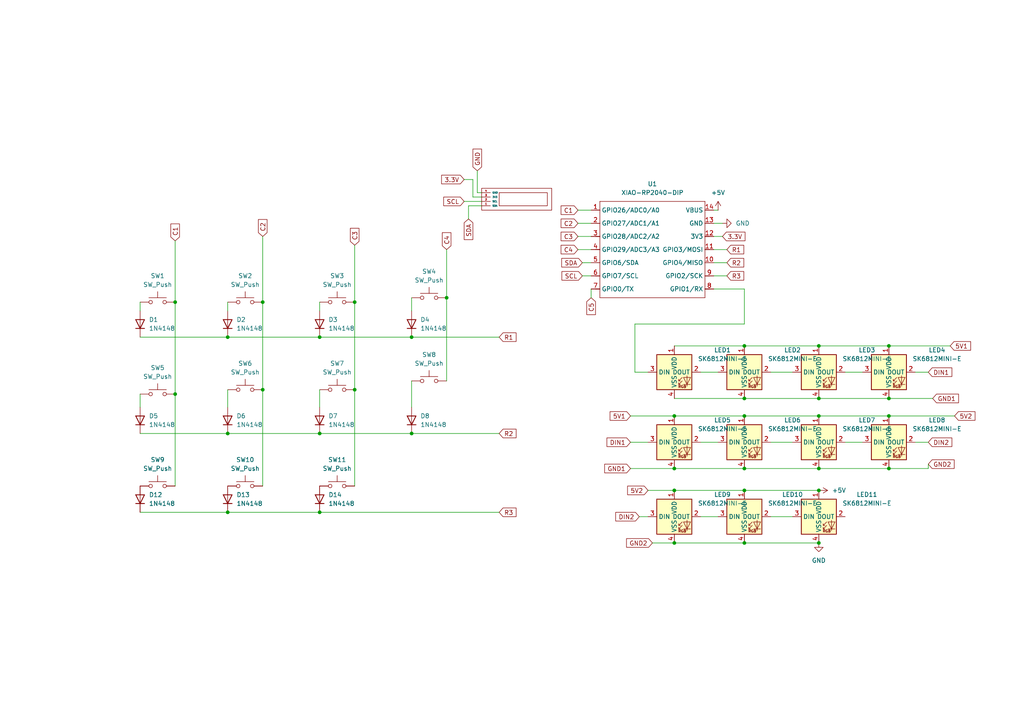
<source format=kicad_sch>
(kicad_sch
	(version 20250114)
	(generator "eeschema")
	(generator_version "9.0")
	(uuid "2081dae0-7bb7-406a-96e4-eb5b320a4800")
	(paper "A4")
	(lib_symbols
		(symbol "Diode:1N4148"
			(pin_numbers
				(hide yes)
			)
			(pin_names
				(hide yes)
			)
			(exclude_from_sim no)
			(in_bom yes)
			(on_board yes)
			(property "Reference" "D"
				(at 0 2.54 0)
				(effects
					(font
						(size 1.27 1.27)
					)
				)
			)
			(property "Value" "1N4148"
				(at 0 -2.54 0)
				(effects
					(font
						(size 1.27 1.27)
					)
				)
			)
			(property "Footprint" "Diode_THT:D_DO-35_SOD27_P7.62mm_Horizontal"
				(at 0 0 0)
				(effects
					(font
						(size 1.27 1.27)
					)
					(hide yes)
				)
			)
			(property "Datasheet" "https://assets.nexperia.com/documents/data-sheet/1N4148_1N4448.pdf"
				(at 0 0 0)
				(effects
					(font
						(size 1.27 1.27)
					)
					(hide yes)
				)
			)
			(property "Description" "100V 0.15A standard switching diode, DO-35"
				(at 0 0 0)
				(effects
					(font
						(size 1.27 1.27)
					)
					(hide yes)
				)
			)
			(property "Sim.Device" "D"
				(at 0 0 0)
				(effects
					(font
						(size 1.27 1.27)
					)
					(hide yes)
				)
			)
			(property "Sim.Pins" "1=K 2=A"
				(at 0 0 0)
				(effects
					(font
						(size 1.27 1.27)
					)
					(hide yes)
				)
			)
			(property "ki_keywords" "diode"
				(at 0 0 0)
				(effects
					(font
						(size 1.27 1.27)
					)
					(hide yes)
				)
			)
			(property "ki_fp_filters" "D*DO?35*"
				(at 0 0 0)
				(effects
					(font
						(size 1.27 1.27)
					)
					(hide yes)
				)
			)
			(symbol "1N4148_0_1"
				(polyline
					(pts
						(xy -1.27 1.27) (xy -1.27 -1.27)
					)
					(stroke
						(width 0.254)
						(type default)
					)
					(fill
						(type none)
					)
				)
				(polyline
					(pts
						(xy 1.27 1.27) (xy 1.27 -1.27) (xy -1.27 0) (xy 1.27 1.27)
					)
					(stroke
						(width 0.254)
						(type default)
					)
					(fill
						(type none)
					)
				)
				(polyline
					(pts
						(xy 1.27 0) (xy -1.27 0)
					)
					(stroke
						(width 0)
						(type default)
					)
					(fill
						(type none)
					)
				)
			)
			(symbol "1N4148_1_1"
				(pin passive line
					(at -3.81 0 0)
					(length 2.54)
					(name "K"
						(effects
							(font
								(size 1.27 1.27)
							)
						)
					)
					(number "1"
						(effects
							(font
								(size 1.27 1.27)
							)
						)
					)
				)
				(pin passive line
					(at 3.81 0 180)
					(length 2.54)
					(name "A"
						(effects
							(font
								(size 1.27 1.27)
							)
						)
					)
					(number "2"
						(effects
							(font
								(size 1.27 1.27)
							)
						)
					)
				)
			)
			(embedded_fonts no)
		)
		(symbol "OledDisplay4Pins:Oled_128x32_0.91_inch_I2C_IIC"
			(exclude_from_sim no)
			(in_bom yes)
			(on_board yes)
			(property "Reference" "U"
				(at 0 0 0)
				(effects
					(font
						(size 1.27 1.27)
					)
					(hide yes)
				)
			)
			(property "Value" ""
				(at 0 0 0)
				(effects
					(font
						(size 1.27 1.27)
					)
				)
			)
			(property "Footprint" ""
				(at 0 0 0)
				(effects
					(font
						(size 1.27 1.27)
					)
					(hide yes)
				)
			)
			(property "Datasheet" ""
				(at 0 0 0)
				(effects
					(font
						(size 1.27 1.27)
					)
					(hide yes)
				)
			)
			(property "Description" ""
				(at 0 0 0)
				(effects
					(font
						(size 1.27 1.27)
					)
					(hide yes)
				)
			)
			(symbol "Oled_128x32_0.91_inch_I2C_IIC_0_1"
				(rectangle
					(start 0 0)
					(end 20.32 -6.35)
					(stroke
						(width 0)
						(type default)
					)
					(fill
						(type none)
					)
				)
				(rectangle
					(start 5.08 -1.27)
					(end 19.05 -5.08)
					(stroke
						(width 0)
						(type default)
					)
					(fill
						(type none)
					)
				)
			)
			(symbol "Oled_128x32_0.91_inch_I2C_IIC_1_1"
				(pin bidirectional line
					(at 0 -1.27 0)
					(length 2.54)
					(name "SDA"
						(effects
							(font
								(size 0.5 0.5)
							)
						)
					)
					(number "1"
						(effects
							(font
								(size 0.5 0.5)
							)
						)
					)
				)
				(pin output line
					(at 0 -2.54 0)
					(length 2.54)
					(name "SCL"
						(effects
							(font
								(size 0.5 0.5)
							)
						)
					)
					(number "2"
						(effects
							(font
								(size 0.5 0.5)
							)
						)
					)
				)
				(pin input line
					(at 0 -3.81 0)
					(length 2.54)
					(name "3V3"
						(effects
							(font
								(size 0.5 0.5)
							)
						)
					)
					(number "3"
						(effects
							(font
								(size 0.5 0.5)
							)
						)
					)
				)
				(pin input line
					(at 0 -5.08 0)
					(length 2.54)
					(name "GND"
						(effects
							(font
								(size 0.5 0.5)
							)
						)
					)
					(number "4"
						(effects
							(font
								(size 0.5 0.5)
							)
						)
					)
				)
			)
			(embedded_fonts no)
		)
		(symbol "Seeed_Studio_XIAO_Series:XIAO-RP2040-DIP"
			(exclude_from_sim no)
			(in_bom yes)
			(on_board yes)
			(property "Reference" "U"
				(at 0 0 0)
				(effects
					(font
						(size 1.27 1.27)
					)
				)
			)
			(property "Value" "XIAO-RP2040-DIP"
				(at 5.334 -1.778 0)
				(effects
					(font
						(size 1.27 1.27)
					)
				)
			)
			(property "Footprint" "Module:MOUDLE14P-XIAO-DIP-SMD"
				(at 14.478 -32.258 0)
				(effects
					(font
						(size 1.27 1.27)
					)
					(hide yes)
				)
			)
			(property "Datasheet" ""
				(at 0 0 0)
				(effects
					(font
						(size 1.27 1.27)
					)
					(hide yes)
				)
			)
			(property "Description" ""
				(at 0 0 0)
				(effects
					(font
						(size 1.27 1.27)
					)
					(hide yes)
				)
			)
			(symbol "XIAO-RP2040-DIP_1_0"
				(polyline
					(pts
						(xy -1.27 -2.54) (xy 29.21 -2.54)
					)
					(stroke
						(width 0.1524)
						(type solid)
					)
					(fill
						(type none)
					)
				)
				(polyline
					(pts
						(xy -1.27 -5.08) (xy -2.54 -5.08)
					)
					(stroke
						(width 0.1524)
						(type solid)
					)
					(fill
						(type none)
					)
				)
				(polyline
					(pts
						(xy -1.27 -5.08) (xy -1.27 -2.54)
					)
					(stroke
						(width 0.1524)
						(type solid)
					)
					(fill
						(type none)
					)
				)
				(polyline
					(pts
						(xy -1.27 -8.89) (xy -2.54 -8.89)
					)
					(stroke
						(width 0.1524)
						(type solid)
					)
					(fill
						(type none)
					)
				)
				(polyline
					(pts
						(xy -1.27 -8.89) (xy -1.27 -5.08)
					)
					(stroke
						(width 0.1524)
						(type solid)
					)
					(fill
						(type none)
					)
				)
				(polyline
					(pts
						(xy -1.27 -12.7) (xy -2.54 -12.7)
					)
					(stroke
						(width 0.1524)
						(type solid)
					)
					(fill
						(type none)
					)
				)
				(polyline
					(pts
						(xy -1.27 -12.7) (xy -1.27 -8.89)
					)
					(stroke
						(width 0.1524)
						(type solid)
					)
					(fill
						(type none)
					)
				)
				(polyline
					(pts
						(xy -1.27 -16.51) (xy -2.54 -16.51)
					)
					(stroke
						(width 0.1524)
						(type solid)
					)
					(fill
						(type none)
					)
				)
				(polyline
					(pts
						(xy -1.27 -16.51) (xy -1.27 -12.7)
					)
					(stroke
						(width 0.1524)
						(type solid)
					)
					(fill
						(type none)
					)
				)
				(polyline
					(pts
						(xy -1.27 -20.32) (xy -2.54 -20.32)
					)
					(stroke
						(width 0.1524)
						(type solid)
					)
					(fill
						(type none)
					)
				)
				(polyline
					(pts
						(xy -1.27 -24.13) (xy -2.54 -24.13)
					)
					(stroke
						(width 0.1524)
						(type solid)
					)
					(fill
						(type none)
					)
				)
				(polyline
					(pts
						(xy -1.27 -27.94) (xy -2.54 -27.94)
					)
					(stroke
						(width 0.1524)
						(type solid)
					)
					(fill
						(type none)
					)
				)
				(polyline
					(pts
						(xy -1.27 -30.48) (xy -1.27 -16.51)
					)
					(stroke
						(width 0.1524)
						(type solid)
					)
					(fill
						(type none)
					)
				)
				(polyline
					(pts
						(xy 29.21 -2.54) (xy 29.21 -5.08)
					)
					(stroke
						(width 0.1524)
						(type solid)
					)
					(fill
						(type none)
					)
				)
				(polyline
					(pts
						(xy 29.21 -5.08) (xy 29.21 -8.89)
					)
					(stroke
						(width 0.1524)
						(type solid)
					)
					(fill
						(type none)
					)
				)
				(polyline
					(pts
						(xy 29.21 -8.89) (xy 29.21 -12.7)
					)
					(stroke
						(width 0.1524)
						(type solid)
					)
					(fill
						(type none)
					)
				)
				(polyline
					(pts
						(xy 29.21 -12.7) (xy 29.21 -30.48)
					)
					(stroke
						(width 0.1524)
						(type solid)
					)
					(fill
						(type none)
					)
				)
				(polyline
					(pts
						(xy 29.21 -30.48) (xy -1.27 -30.48)
					)
					(stroke
						(width 0.1524)
						(type solid)
					)
					(fill
						(type none)
					)
				)
				(polyline
					(pts
						(xy 30.48 -5.08) (xy 29.21 -5.08)
					)
					(stroke
						(width 0.1524)
						(type solid)
					)
					(fill
						(type none)
					)
				)
				(polyline
					(pts
						(xy 30.48 -8.89) (xy 29.21 -8.89)
					)
					(stroke
						(width 0.1524)
						(type solid)
					)
					(fill
						(type none)
					)
				)
				(polyline
					(pts
						(xy 30.48 -12.7) (xy 29.21 -12.7)
					)
					(stroke
						(width 0.1524)
						(type solid)
					)
					(fill
						(type none)
					)
				)
				(polyline
					(pts
						(xy 30.48 -16.51) (xy 29.21 -16.51)
					)
					(stroke
						(width 0.1524)
						(type solid)
					)
					(fill
						(type none)
					)
				)
				(polyline
					(pts
						(xy 30.48 -20.32) (xy 29.21 -20.32)
					)
					(stroke
						(width 0.1524)
						(type solid)
					)
					(fill
						(type none)
					)
				)
				(polyline
					(pts
						(xy 30.48 -24.13) (xy 29.21 -24.13)
					)
					(stroke
						(width 0.1524)
						(type solid)
					)
					(fill
						(type none)
					)
				)
				(polyline
					(pts
						(xy 30.48 -27.94) (xy 29.21 -27.94)
					)
					(stroke
						(width 0.1524)
						(type solid)
					)
					(fill
						(type none)
					)
				)
				(pin passive line
					(at -3.81 -5.08 0)
					(length 2.54)
					(name "GPIO26/ADC0/A0"
						(effects
							(font
								(size 1.27 1.27)
							)
						)
					)
					(number "1"
						(effects
							(font
								(size 1.27 1.27)
							)
						)
					)
				)
				(pin passive line
					(at -3.81 -8.89 0)
					(length 2.54)
					(name "GPIO27/ADC1/A1"
						(effects
							(font
								(size 1.27 1.27)
							)
						)
					)
					(number "2"
						(effects
							(font
								(size 1.27 1.27)
							)
						)
					)
				)
				(pin passive line
					(at -3.81 -12.7 0)
					(length 2.54)
					(name "GPIO28/ADC2/A2"
						(effects
							(font
								(size 1.27 1.27)
							)
						)
					)
					(number "3"
						(effects
							(font
								(size 1.27 1.27)
							)
						)
					)
				)
				(pin passive line
					(at -3.81 -16.51 0)
					(length 2.54)
					(name "GPIO29/ADC3/A3"
						(effects
							(font
								(size 1.27 1.27)
							)
						)
					)
					(number "4"
						(effects
							(font
								(size 1.27 1.27)
							)
						)
					)
				)
				(pin passive line
					(at -3.81 -20.32 0)
					(length 2.54)
					(name "GPIO6/SDA"
						(effects
							(font
								(size 1.27 1.27)
							)
						)
					)
					(number "5"
						(effects
							(font
								(size 1.27 1.27)
							)
						)
					)
				)
				(pin passive line
					(at -3.81 -24.13 0)
					(length 2.54)
					(name "GPIO7/SCL"
						(effects
							(font
								(size 1.27 1.27)
							)
						)
					)
					(number "6"
						(effects
							(font
								(size 1.27 1.27)
							)
						)
					)
				)
				(pin passive line
					(at -3.81 -27.94 0)
					(length 2.54)
					(name "GPIO0/TX"
						(effects
							(font
								(size 1.27 1.27)
							)
						)
					)
					(number "7"
						(effects
							(font
								(size 1.27 1.27)
							)
						)
					)
				)
				(pin passive line
					(at 31.75 -5.08 180)
					(length 2.54)
					(name "VBUS"
						(effects
							(font
								(size 1.27 1.27)
							)
						)
					)
					(number "14"
						(effects
							(font
								(size 1.27 1.27)
							)
						)
					)
				)
				(pin passive line
					(at 31.75 -8.89 180)
					(length 2.54)
					(name "GND"
						(effects
							(font
								(size 1.27 1.27)
							)
						)
					)
					(number "13"
						(effects
							(font
								(size 1.27 1.27)
							)
						)
					)
				)
				(pin passive line
					(at 31.75 -12.7 180)
					(length 2.54)
					(name "3V3"
						(effects
							(font
								(size 1.27 1.27)
							)
						)
					)
					(number "12"
						(effects
							(font
								(size 1.27 1.27)
							)
						)
					)
				)
				(pin passive line
					(at 31.75 -16.51 180)
					(length 2.54)
					(name "GPIO3/MOSI"
						(effects
							(font
								(size 1.27 1.27)
							)
						)
					)
					(number "11"
						(effects
							(font
								(size 1.27 1.27)
							)
						)
					)
				)
				(pin passive line
					(at 31.75 -20.32 180)
					(length 2.54)
					(name "GPIO4/MISO"
						(effects
							(font
								(size 1.27 1.27)
							)
						)
					)
					(number "10"
						(effects
							(font
								(size 1.27 1.27)
							)
						)
					)
				)
				(pin passive line
					(at 31.75 -24.13 180)
					(length 2.54)
					(name "GPIO2/SCK"
						(effects
							(font
								(size 1.27 1.27)
							)
						)
					)
					(number "9"
						(effects
							(font
								(size 1.27 1.27)
							)
						)
					)
				)
				(pin passive line
					(at 31.75 -27.94 180)
					(length 2.54)
					(name "GPIO1/RX"
						(effects
							(font
								(size 1.27 1.27)
							)
						)
					)
					(number "8"
						(effects
							(font
								(size 1.27 1.27)
							)
						)
					)
				)
			)
			(embedded_fonts no)
		)
		(symbol "Switch:SW_Push"
			(pin_numbers
				(hide yes)
			)
			(pin_names
				(offset 1.016)
				(hide yes)
			)
			(exclude_from_sim no)
			(in_bom yes)
			(on_board yes)
			(property "Reference" "SW"
				(at 1.27 2.54 0)
				(effects
					(font
						(size 1.27 1.27)
					)
					(justify left)
				)
			)
			(property "Value" "SW_Push"
				(at 0 -1.524 0)
				(effects
					(font
						(size 1.27 1.27)
					)
				)
			)
			(property "Footprint" ""
				(at 0 5.08 0)
				(effects
					(font
						(size 1.27 1.27)
					)
					(hide yes)
				)
			)
			(property "Datasheet" "~"
				(at 0 5.08 0)
				(effects
					(font
						(size 1.27 1.27)
					)
					(hide yes)
				)
			)
			(property "Description" "Push button switch, generic, two pins"
				(at 0 0 0)
				(effects
					(font
						(size 1.27 1.27)
					)
					(hide yes)
				)
			)
			(property "ki_keywords" "switch normally-open pushbutton push-button"
				(at 0 0 0)
				(effects
					(font
						(size 1.27 1.27)
					)
					(hide yes)
				)
			)
			(symbol "SW_Push_0_1"
				(circle
					(center -2.032 0)
					(radius 0.508)
					(stroke
						(width 0)
						(type default)
					)
					(fill
						(type none)
					)
				)
				(polyline
					(pts
						(xy 0 1.27) (xy 0 3.048)
					)
					(stroke
						(width 0)
						(type default)
					)
					(fill
						(type none)
					)
				)
				(circle
					(center 2.032 0)
					(radius 0.508)
					(stroke
						(width 0)
						(type default)
					)
					(fill
						(type none)
					)
				)
				(polyline
					(pts
						(xy 2.54 1.27) (xy -2.54 1.27)
					)
					(stroke
						(width 0)
						(type default)
					)
					(fill
						(type none)
					)
				)
				(pin passive line
					(at -5.08 0 0)
					(length 2.54)
					(name "1"
						(effects
							(font
								(size 1.27 1.27)
							)
						)
					)
					(number "1"
						(effects
							(font
								(size 1.27 1.27)
							)
						)
					)
				)
				(pin passive line
					(at 5.08 0 180)
					(length 2.54)
					(name "2"
						(effects
							(font
								(size 1.27 1.27)
							)
						)
					)
					(number "2"
						(effects
							(font
								(size 1.27 1.27)
							)
						)
					)
				)
			)
			(embedded_fonts no)
		)
		(symbol "marbastlib-various:SK6812MINI-E"
			(exclude_from_sim no)
			(in_bom yes)
			(on_board yes)
			(property "Reference" "LED"
				(at 2.54 6.35 0)
				(effects
					(font
						(size 1.27 1.27)
					)
				)
			)
			(property "Value" "SK6812MINI-E"
				(at 7.62 -6.35 0)
				(effects
					(font
						(size 1.27 1.27)
					)
				)
			)
			(property "Footprint" "PCM_marbastlib-various:LED_6028R"
				(at 0 0 0)
				(effects
					(font
						(size 1.27 1.27)
					)
					(hide yes)
				)
			)
			(property "Datasheet" ""
				(at 0 0 0)
				(effects
					(font
						(size 1.27 1.27)
					)
					(hide yes)
				)
			)
			(property "Description" "Reverse mount adressable LED (WS2812 protocol)"
				(at 0 0 0)
				(effects
					(font
						(size 1.27 1.27)
					)
					(hide yes)
				)
			)
			(property "ki_keywords" "reverse mount led revmount rgb"
				(at 0 0 0)
				(effects
					(font
						(size 1.27 1.27)
					)
					(hide yes)
				)
			)
			(symbol "SK6812MINI-E_0_0"
				(text "RGB"
					(at 2.286 -4.191 0)
					(effects
						(font
							(size 0.762 0.762)
						)
					)
				)
			)
			(symbol "SK6812MINI-E_0_1"
				(polyline
					(pts
						(xy 1.27 -2.54) (xy 1.778 -2.54)
					)
					(stroke
						(width 0)
						(type default)
					)
					(fill
						(type none)
					)
				)
				(polyline
					(pts
						(xy 1.27 -3.556) (xy 1.778 -3.556)
					)
					(stroke
						(width 0)
						(type default)
					)
					(fill
						(type none)
					)
				)
				(polyline
					(pts
						(xy 2.286 -1.524) (xy 1.27 -2.54) (xy 1.27 -2.032)
					)
					(stroke
						(width 0)
						(type default)
					)
					(fill
						(type none)
					)
				)
				(polyline
					(pts
						(xy 2.286 -2.54) (xy 1.27 -3.556) (xy 1.27 -3.048)
					)
					(stroke
						(width 0)
						(type default)
					)
					(fill
						(type none)
					)
				)
				(polyline
					(pts
						(xy 3.683 -1.016) (xy 3.683 -3.556) (xy 3.683 -4.064)
					)
					(stroke
						(width 0)
						(type default)
					)
					(fill
						(type none)
					)
				)
				(polyline
					(pts
						(xy 4.699 -1.524) (xy 2.667 -1.524) (xy 3.683 -3.556) (xy 4.699 -1.524)
					)
					(stroke
						(width 0)
						(type default)
					)
					(fill
						(type none)
					)
				)
				(polyline
					(pts
						(xy 4.699 -3.556) (xy 2.667 -3.556)
					)
					(stroke
						(width 0)
						(type default)
					)
					(fill
						(type none)
					)
				)
				(rectangle
					(start 5.08 5.08)
					(end -5.08 -5.08)
					(stroke
						(width 0.254)
						(type default)
					)
					(fill
						(type background)
					)
				)
			)
			(symbol "SK6812MINI-E_1_1"
				(pin input line
					(at -7.62 0 0)
					(length 2.54)
					(name "DIN"
						(effects
							(font
								(size 1.27 1.27)
							)
						)
					)
					(number "3"
						(effects
							(font
								(size 1.27 1.27)
							)
						)
					)
				)
				(pin power_in line
					(at 0 7.62 270)
					(length 2.54)
					(name "VDD"
						(effects
							(font
								(size 1.27 1.27)
							)
						)
					)
					(number "1"
						(effects
							(font
								(size 1.27 1.27)
							)
						)
					)
				)
				(pin power_in line
					(at 0 -7.62 90)
					(length 2.54)
					(name "VSS"
						(effects
							(font
								(size 1.27 1.27)
							)
						)
					)
					(number "4"
						(effects
							(font
								(size 1.27 1.27)
							)
						)
					)
				)
				(pin output line
					(at 7.62 0 180)
					(length 2.54)
					(name "DOUT"
						(effects
							(font
								(size 1.27 1.27)
							)
						)
					)
					(number "2"
						(effects
							(font
								(size 1.27 1.27)
							)
						)
					)
				)
			)
			(embedded_fonts no)
		)
		(symbol "power:+5V"
			(power)
			(pin_numbers
				(hide yes)
			)
			(pin_names
				(offset 0)
				(hide yes)
			)
			(exclude_from_sim no)
			(in_bom yes)
			(on_board yes)
			(property "Reference" "#PWR"
				(at 0 -3.81 0)
				(effects
					(font
						(size 1.27 1.27)
					)
					(hide yes)
				)
			)
			(property "Value" "+5V"
				(at 0 3.556 0)
				(effects
					(font
						(size 1.27 1.27)
					)
				)
			)
			(property "Footprint" ""
				(at 0 0 0)
				(effects
					(font
						(size 1.27 1.27)
					)
					(hide yes)
				)
			)
			(property "Datasheet" ""
				(at 0 0 0)
				(effects
					(font
						(size 1.27 1.27)
					)
					(hide yes)
				)
			)
			(property "Description" "Power symbol creates a global label with name \"+5V\""
				(at 0 0 0)
				(effects
					(font
						(size 1.27 1.27)
					)
					(hide yes)
				)
			)
			(property "ki_keywords" "global power"
				(at 0 0 0)
				(effects
					(font
						(size 1.27 1.27)
					)
					(hide yes)
				)
			)
			(symbol "+5V_0_1"
				(polyline
					(pts
						(xy -0.762 1.27) (xy 0 2.54)
					)
					(stroke
						(width 0)
						(type default)
					)
					(fill
						(type none)
					)
				)
				(polyline
					(pts
						(xy 0 2.54) (xy 0.762 1.27)
					)
					(stroke
						(width 0)
						(type default)
					)
					(fill
						(type none)
					)
				)
				(polyline
					(pts
						(xy 0 0) (xy 0 2.54)
					)
					(stroke
						(width 0)
						(type default)
					)
					(fill
						(type none)
					)
				)
			)
			(symbol "+5V_1_1"
				(pin power_in line
					(at 0 0 90)
					(length 0)
					(name "~"
						(effects
							(font
								(size 1.27 1.27)
							)
						)
					)
					(number "1"
						(effects
							(font
								(size 1.27 1.27)
							)
						)
					)
				)
			)
			(embedded_fonts no)
		)
		(symbol "power:GND"
			(power)
			(pin_numbers
				(hide yes)
			)
			(pin_names
				(offset 0)
				(hide yes)
			)
			(exclude_from_sim no)
			(in_bom yes)
			(on_board yes)
			(property "Reference" "#PWR"
				(at 0 -6.35 0)
				(effects
					(font
						(size 1.27 1.27)
					)
					(hide yes)
				)
			)
			(property "Value" "GND"
				(at 0 -3.81 0)
				(effects
					(font
						(size 1.27 1.27)
					)
				)
			)
			(property "Footprint" ""
				(at 0 0 0)
				(effects
					(font
						(size 1.27 1.27)
					)
					(hide yes)
				)
			)
			(property "Datasheet" ""
				(at 0 0 0)
				(effects
					(font
						(size 1.27 1.27)
					)
					(hide yes)
				)
			)
			(property "Description" "Power symbol creates a global label with name \"GND\" , ground"
				(at 0 0 0)
				(effects
					(font
						(size 1.27 1.27)
					)
					(hide yes)
				)
			)
			(property "ki_keywords" "global power"
				(at 0 0 0)
				(effects
					(font
						(size 1.27 1.27)
					)
					(hide yes)
				)
			)
			(symbol "GND_0_1"
				(polyline
					(pts
						(xy 0 0) (xy 0 -1.27) (xy 1.27 -1.27) (xy 0 -2.54) (xy -1.27 -1.27) (xy 0 -1.27)
					)
					(stroke
						(width 0)
						(type default)
					)
					(fill
						(type none)
					)
				)
			)
			(symbol "GND_1_1"
				(pin power_in line
					(at 0 0 270)
					(length 0)
					(name "~"
						(effects
							(font
								(size 1.27 1.27)
							)
						)
					)
					(number "1"
						(effects
							(font
								(size 1.27 1.27)
							)
						)
					)
				)
			)
			(embedded_fonts no)
		)
	)
	(junction
		(at 237.49 120.65)
		(diameter 0)
		(color 0 0 0 0)
		(uuid "070d2cdd-dbb2-4c69-91ab-f7087779921a")
	)
	(junction
		(at 215.9 100.33)
		(diameter 0)
		(color 0 0 0 0)
		(uuid "0ad66d8e-7abc-4c15-89cc-a257e65d453b")
	)
	(junction
		(at 195.58 157.48)
		(diameter 0)
		(color 0 0 0 0)
		(uuid "0e466e37-7532-43bb-b1e7-9d4685475229")
	)
	(junction
		(at 195.58 135.89)
		(diameter 0)
		(color 0 0 0 0)
		(uuid "10d1fd54-d72a-4b27-a417-21c367be7bbf")
	)
	(junction
		(at 215.9 142.24)
		(diameter 0)
		(color 0 0 0 0)
		(uuid "146104bb-9555-418c-815e-6e93375b44d1")
	)
	(junction
		(at 50.8 114.3)
		(diameter 0)
		(color 0 0 0 0)
		(uuid "14627ef5-d734-4504-a5b0-5e9fae2b20b7")
	)
	(junction
		(at 66.04 97.79)
		(diameter 0)
		(color 0 0 0 0)
		(uuid "17379108-6686-406c-9276-e0d987eb0443")
	)
	(junction
		(at 66.04 148.59)
		(diameter 0)
		(color 0 0 0 0)
		(uuid "17a27187-d2af-4f69-83ca-b7d0602c087f")
	)
	(junction
		(at 237.49 157.48)
		(diameter 0)
		(color 0 0 0 0)
		(uuid "20f3144e-7a53-49a6-a427-516d667f500e")
	)
	(junction
		(at 119.38 125.73)
		(diameter 0)
		(color 0 0 0 0)
		(uuid "27d73ffd-5dfa-4368-8a5f-d84bedc1377c")
	)
	(junction
		(at 215.9 120.65)
		(diameter 0)
		(color 0 0 0 0)
		(uuid "2d5a698d-d101-4de5-a089-3efd6fad10e1")
	)
	(junction
		(at 50.8 87.63)
		(diameter 0)
		(color 0 0 0 0)
		(uuid "2f83796e-1ba2-444a-8b01-bcebf773240b")
	)
	(junction
		(at 92.71 97.79)
		(diameter 0)
		(color 0 0 0 0)
		(uuid "3b581a26-6fd1-42f9-9718-dc9116b1b1ba")
	)
	(junction
		(at 237.49 115.57)
		(diameter 0)
		(color 0 0 0 0)
		(uuid "4750ca77-c362-4cdf-8b62-4b6d3725e8b1")
	)
	(junction
		(at 102.87 87.63)
		(diameter 0)
		(color 0 0 0 0)
		(uuid "493520e7-55d2-48a7-b7ec-65350fb38e1b")
	)
	(junction
		(at 102.87 113.03)
		(diameter 0)
		(color 0 0 0 0)
		(uuid "5a048a7c-99f7-4c04-978e-3e1cbc31a486")
	)
	(junction
		(at 76.2 113.03)
		(diameter 0)
		(color 0 0 0 0)
		(uuid "5e71a8b6-6023-4b7a-a0a6-836f66476683")
	)
	(junction
		(at 257.81 120.65)
		(diameter 0)
		(color 0 0 0 0)
		(uuid "6f85ba85-e44d-42f6-abc9-9bcfc0dd0280")
	)
	(junction
		(at 257.81 135.89)
		(diameter 0)
		(color 0 0 0 0)
		(uuid "791ac067-b764-4481-9ff7-d5eaf3b370d2")
	)
	(junction
		(at 215.9 135.89)
		(diameter 0)
		(color 0 0 0 0)
		(uuid "79ca93d6-7b33-4a2b-9e9b-640e6f7ab4dc")
	)
	(junction
		(at 129.54 86.36)
		(diameter 0)
		(color 0 0 0 0)
		(uuid "8199ae44-28ca-4ac1-b8dd-dbccb315bf7a")
	)
	(junction
		(at 119.38 97.79)
		(diameter 0)
		(color 0 0 0 0)
		(uuid "b31587bc-4978-4791-8fb8-4391b954f02a")
	)
	(junction
		(at 195.58 120.65)
		(diameter 0)
		(color 0 0 0 0)
		(uuid "bb615557-7838-4b8f-b1f4-be5944a2d0b1")
	)
	(junction
		(at 237.49 100.33)
		(diameter 0)
		(color 0 0 0 0)
		(uuid "c5357e54-b648-49d8-937b-a77a297e2749")
	)
	(junction
		(at 237.49 142.24)
		(diameter 0)
		(color 0 0 0 0)
		(uuid "c57f23af-888f-4ed1-8e6d-0ed0415a6dfe")
	)
	(junction
		(at 215.9 115.57)
		(diameter 0)
		(color 0 0 0 0)
		(uuid "c588d5a0-9283-482a-9689-6affa2e01c5a")
	)
	(junction
		(at 257.81 100.33)
		(diameter 0)
		(color 0 0 0 0)
		(uuid "ce7f2779-29cc-4121-ba40-8218eae759d2")
	)
	(junction
		(at 195.58 142.24)
		(diameter 0)
		(color 0 0 0 0)
		(uuid "d08175ee-2615-4ac9-93b1-8c011a6f48c5")
	)
	(junction
		(at 66.04 125.73)
		(diameter 0)
		(color 0 0 0 0)
		(uuid "d1f4d895-022a-4e7c-ab97-98b0d4f72be6")
	)
	(junction
		(at 92.71 148.59)
		(diameter 0)
		(color 0 0 0 0)
		(uuid "d80db68b-f0a4-48e0-9410-b7740d129c02")
	)
	(junction
		(at 92.71 125.73)
		(diameter 0)
		(color 0 0 0 0)
		(uuid "e30f2b74-3365-4b04-8f91-46c29539dcbe")
	)
	(junction
		(at 237.49 135.89)
		(diameter 0)
		(color 0 0 0 0)
		(uuid "e748139e-3ef0-4aa5-a3bd-b89675206719")
	)
	(junction
		(at 257.81 115.57)
		(diameter 0)
		(color 0 0 0 0)
		(uuid "ec499fbd-da79-46b4-962e-7a22c559f292")
	)
	(junction
		(at 215.9 157.48)
		(diameter 0)
		(color 0 0 0 0)
		(uuid "f3379101-f5f7-446f-8514-a115ad56620c")
	)
	(junction
		(at 76.2 87.63)
		(diameter 0)
		(color 0 0 0 0)
		(uuid "fcf7fb34-389d-4fba-bd04-71466fe66dda")
	)
	(wire
		(pts
			(xy 215.9 83.82) (xy 215.9 93.98)
		)
		(stroke
			(width 0)
			(type default)
		)
		(uuid "02aa2c87-60d7-4440-b460-61918402cf48")
	)
	(wire
		(pts
			(xy 138.43 49.53) (xy 138.43 55.88)
		)
		(stroke
			(width 0)
			(type default)
		)
		(uuid "03007cc5-e100-49cc-96ac-9aa5671674d3")
	)
	(wire
		(pts
			(xy 168.91 80.01) (xy 171.45 80.01)
		)
		(stroke
			(width 0)
			(type default)
		)
		(uuid "039b7cb4-aaa7-48f8-86fd-da7a5e9361fa")
	)
	(wire
		(pts
			(xy 92.71 97.79) (xy 119.38 97.79)
		)
		(stroke
			(width 0)
			(type default)
		)
		(uuid "05ea6a84-8df6-416b-a504-17bbb1263068")
	)
	(wire
		(pts
			(xy 92.71 148.59) (xy 144.78 148.59)
		)
		(stroke
			(width 0)
			(type default)
		)
		(uuid "05f99ce1-5b5a-4fa1-a772-41d76012618c")
	)
	(wire
		(pts
			(xy 215.9 157.48) (xy 237.49 157.48)
		)
		(stroke
			(width 0)
			(type default)
		)
		(uuid "07a4b7c2-9e61-4225-823b-91cfab3c2275")
	)
	(wire
		(pts
			(xy 66.04 97.79) (xy 92.71 97.79)
		)
		(stroke
			(width 0)
			(type default)
		)
		(uuid "0dcb2469-ec60-481b-b312-c7e4470c7176")
	)
	(wire
		(pts
			(xy 137.16 52.07) (xy 137.16 57.15)
		)
		(stroke
			(width 0)
			(type default)
		)
		(uuid "11dd2786-8f53-46c4-a66d-ac62624338a3")
	)
	(wire
		(pts
			(xy 189.23 157.48) (xy 195.58 157.48)
		)
		(stroke
			(width 0)
			(type default)
		)
		(uuid "13e6ef43-dc2a-4f39-b4eb-a7b6117a6990")
	)
	(wire
		(pts
			(xy 184.15 107.95) (xy 187.96 107.95)
		)
		(stroke
			(width 0)
			(type default)
		)
		(uuid "1c6a4a0b-2c7d-4ed4-900c-62d7e4838bd3")
	)
	(wire
		(pts
			(xy 66.04 113.03) (xy 66.04 118.11)
		)
		(stroke
			(width 0)
			(type default)
		)
		(uuid "1d08a397-dfab-4fa8-ad88-423dad5c8578")
	)
	(wire
		(pts
			(xy 195.58 135.89) (xy 215.9 135.89)
		)
		(stroke
			(width 0)
			(type default)
		)
		(uuid "20ee0430-a152-49b6-bf3b-a4e44e22da60")
	)
	(wire
		(pts
			(xy 223.52 149.86) (xy 229.87 149.86)
		)
		(stroke
			(width 0)
			(type default)
		)
		(uuid "2359d202-a809-453e-9c40-497e8267ed56")
	)
	(wire
		(pts
			(xy 257.81 120.65) (xy 276.86 120.65)
		)
		(stroke
			(width 0)
			(type default)
		)
		(uuid "2443582b-827a-429a-b745-e376e35cd89a")
	)
	(wire
		(pts
			(xy 207.01 80.01) (xy 210.82 80.01)
		)
		(stroke
			(width 0)
			(type default)
		)
		(uuid "299b8049-ddf9-4a38-9b24-a05175f64adc")
	)
	(wire
		(pts
			(xy 223.52 107.95) (xy 229.87 107.95)
		)
		(stroke
			(width 0)
			(type default)
		)
		(uuid "2c732d1a-baaf-4c0f-bd84-774048ccd106")
	)
	(wire
		(pts
			(xy 207.01 68.58) (xy 209.55 68.58)
		)
		(stroke
			(width 0)
			(type default)
		)
		(uuid "2d2a3abd-cacd-4429-9e17-3f8b18a90640")
	)
	(wire
		(pts
			(xy 265.43 128.27) (xy 269.24 128.27)
		)
		(stroke
			(width 0)
			(type default)
		)
		(uuid "2d8bb1cf-2580-449b-9f98-243d7353dd4c")
	)
	(wire
		(pts
			(xy 215.9 120.65) (xy 237.49 120.65)
		)
		(stroke
			(width 0)
			(type default)
		)
		(uuid "2e9303e2-6c5f-4a29-8224-0f7d4626d31d")
	)
	(wire
		(pts
			(xy 102.87 113.03) (xy 102.87 140.97)
		)
		(stroke
			(width 0)
			(type default)
		)
		(uuid "325e3358-2d87-44c9-8f26-63b104663253")
	)
	(wire
		(pts
			(xy 40.64 114.3) (xy 40.64 118.11)
		)
		(stroke
			(width 0)
			(type default)
		)
		(uuid "34da04a6-37a5-410e-a3f4-55bb50cfe4b7")
	)
	(wire
		(pts
			(xy 207.01 72.39) (xy 210.82 72.39)
		)
		(stroke
			(width 0)
			(type default)
		)
		(uuid "3689efdc-6d7d-4364-8846-ccd7166fa09e")
	)
	(wire
		(pts
			(xy 135.89 59.69) (xy 139.7 59.69)
		)
		(stroke
			(width 0)
			(type default)
		)
		(uuid "3d3c4951-8efb-4d73-8c94-912c627b1ee7")
	)
	(wire
		(pts
			(xy 185.42 149.86) (xy 187.96 149.86)
		)
		(stroke
			(width 0)
			(type default)
		)
		(uuid "3dfa35fd-1927-457a-b53b-49f830ad78f4")
	)
	(wire
		(pts
			(xy 66.04 87.63) (xy 66.04 90.17)
		)
		(stroke
			(width 0)
			(type default)
		)
		(uuid "3eb44494-1d7a-4182-85bd-996e03de510d")
	)
	(wire
		(pts
			(xy 215.9 93.98) (xy 184.15 93.98)
		)
		(stroke
			(width 0)
			(type default)
		)
		(uuid "3ed6ff13-8880-4d46-96b9-eaa9a4eac6fa")
	)
	(wire
		(pts
			(xy 40.64 148.59) (xy 66.04 148.59)
		)
		(stroke
			(width 0)
			(type default)
		)
		(uuid "4299b207-f817-42a0-9c52-4a5d4b3e6683")
	)
	(wire
		(pts
			(xy 40.64 97.79) (xy 66.04 97.79)
		)
		(stroke
			(width 0)
			(type default)
		)
		(uuid "496991ef-f347-4d45-b6d1-87f540e33cfd")
	)
	(wire
		(pts
			(xy 245.11 107.95) (xy 250.19 107.95)
		)
		(stroke
			(width 0)
			(type default)
		)
		(uuid "4d4b9d04-3f3e-461f-9ba0-a13cf072ea56")
	)
	(wire
		(pts
			(xy 50.8 114.3) (xy 50.8 140.97)
		)
		(stroke
			(width 0)
			(type default)
		)
		(uuid "4da85302-2264-4599-84f3-950b669e0058")
	)
	(wire
		(pts
			(xy 134.62 58.42) (xy 139.7 58.42)
		)
		(stroke
			(width 0)
			(type default)
		)
		(uuid "4e8fc137-b7ff-48ea-9dcd-33cc7d3841f2")
	)
	(wire
		(pts
			(xy 50.8 69.85) (xy 50.8 87.63)
		)
		(stroke
			(width 0)
			(type default)
		)
		(uuid "509c9de6-4372-436e-8516-914ed95f5248")
	)
	(wire
		(pts
			(xy 207.01 64.77) (xy 209.55 64.77)
		)
		(stroke
			(width 0)
			(type default)
		)
		(uuid "51ef77d5-3419-48f9-b32c-dda8732e174f")
	)
	(wire
		(pts
			(xy 119.38 86.36) (xy 119.38 90.17)
		)
		(stroke
			(width 0)
			(type default)
		)
		(uuid "5336bb3a-f5fc-4152-83e0-0e74cfb5b769")
	)
	(wire
		(pts
			(xy 182.88 135.89) (xy 195.58 135.89)
		)
		(stroke
			(width 0)
			(type default)
		)
		(uuid "53c67991-2785-4538-953a-a44bb014b8a4")
	)
	(wire
		(pts
			(xy 50.8 87.63) (xy 50.8 114.3)
		)
		(stroke
			(width 0)
			(type default)
		)
		(uuid "55f73347-963b-4cb5-9103-baa6f58baff1")
	)
	(wire
		(pts
			(xy 237.49 135.89) (xy 257.81 135.89)
		)
		(stroke
			(width 0)
			(type default)
		)
		(uuid "572f32fc-56b9-4869-a5a6-3d1b5a32d14d")
	)
	(wire
		(pts
			(xy 167.64 72.39) (xy 171.45 72.39)
		)
		(stroke
			(width 0)
			(type default)
		)
		(uuid "5ad1ef51-e6fc-41f0-b8dc-5145d8e24289")
	)
	(wire
		(pts
			(xy 215.9 115.57) (xy 237.49 115.57)
		)
		(stroke
			(width 0)
			(type default)
		)
		(uuid "62b18e26-dd9d-4314-bd60-d607da44d8ab")
	)
	(wire
		(pts
			(xy 237.49 100.33) (xy 257.81 100.33)
		)
		(stroke
			(width 0)
			(type default)
		)
		(uuid "641cff35-f99a-4202-abd0-dead4f7ea847")
	)
	(wire
		(pts
			(xy 207.01 76.2) (xy 210.82 76.2)
		)
		(stroke
			(width 0)
			(type default)
		)
		(uuid "6431a762-17f6-4b76-819e-c5e03a0a5667")
	)
	(wire
		(pts
			(xy 40.64 125.73) (xy 66.04 125.73)
		)
		(stroke
			(width 0)
			(type default)
		)
		(uuid "65817fbb-0778-44f7-a913-918cadef2bf1")
	)
	(wire
		(pts
			(xy 76.2 87.63) (xy 76.2 113.03)
		)
		(stroke
			(width 0)
			(type default)
		)
		(uuid "66357794-491b-4966-90ca-7a7e5281edad")
	)
	(wire
		(pts
			(xy 76.2 68.58) (xy 76.2 87.63)
		)
		(stroke
			(width 0)
			(type default)
		)
		(uuid "709debb3-0cf9-41ee-a763-f84ab90d7ec4")
	)
	(wire
		(pts
			(xy 237.49 120.65) (xy 257.81 120.65)
		)
		(stroke
			(width 0)
			(type default)
		)
		(uuid "724f9ca6-cd52-484e-beaa-cfdeca4cc59c")
	)
	(wire
		(pts
			(xy 269.24 135.89) (xy 269.24 134.62)
		)
		(stroke
			(width 0)
			(type default)
		)
		(uuid "753558fc-398e-4c7c-b22d-d83348cb5a37")
	)
	(wire
		(pts
			(xy 138.43 55.88) (xy 139.7 55.88)
		)
		(stroke
			(width 0)
			(type default)
		)
		(uuid "7d453b1a-291d-4a5f-af44-08303056a7e4")
	)
	(wire
		(pts
			(xy 215.9 142.24) (xy 237.49 142.24)
		)
		(stroke
			(width 0)
			(type default)
		)
		(uuid "7dd01ceb-ffd8-4af5-8617-bca0fb07b8db")
	)
	(wire
		(pts
			(xy 265.43 107.95) (xy 269.24 107.95)
		)
		(stroke
			(width 0)
			(type default)
		)
		(uuid "85259ec4-dfe5-436b-b285-ffbedae249fb")
	)
	(wire
		(pts
			(xy 92.71 125.73) (xy 119.38 125.73)
		)
		(stroke
			(width 0)
			(type default)
		)
		(uuid "85354e79-129f-4204-90b0-3bfe3ccb4c31")
	)
	(wire
		(pts
			(xy 167.64 60.96) (xy 171.45 60.96)
		)
		(stroke
			(width 0)
			(type default)
		)
		(uuid "8844161e-4056-46d7-a6a7-edc87649012c")
	)
	(wire
		(pts
			(xy 92.71 87.63) (xy 92.71 90.17)
		)
		(stroke
			(width 0)
			(type default)
		)
		(uuid "8a7ca44f-0105-43c2-b6a2-446041d99d55")
	)
	(wire
		(pts
			(xy 195.58 100.33) (xy 215.9 100.33)
		)
		(stroke
			(width 0)
			(type default)
		)
		(uuid "8d75638e-7e31-4721-b8a6-c72273f82d49")
	)
	(wire
		(pts
			(xy 215.9 100.33) (xy 237.49 100.33)
		)
		(stroke
			(width 0)
			(type default)
		)
		(uuid "91691de5-82e5-458d-bce2-9e9fc5da6662")
	)
	(wire
		(pts
			(xy 257.81 100.33) (xy 275.59 100.33)
		)
		(stroke
			(width 0)
			(type default)
		)
		(uuid "9759034a-59f9-49cb-9d5f-0c912df29253")
	)
	(wire
		(pts
			(xy 102.87 71.12) (xy 102.87 87.63)
		)
		(stroke
			(width 0)
			(type default)
		)
		(uuid "99f157b2-5b76-49c9-9ac1-273cd69db0e6")
	)
	(wire
		(pts
			(xy 245.11 128.27) (xy 250.19 128.27)
		)
		(stroke
			(width 0)
			(type default)
		)
		(uuid "9d74f23a-92b1-4a47-ba4f-c94db256ba70")
	)
	(wire
		(pts
			(xy 207.01 83.82) (xy 215.9 83.82)
		)
		(stroke
			(width 0)
			(type default)
		)
		(uuid "a25d4524-f266-4e50-867f-1f6bce4362d7")
	)
	(wire
		(pts
			(xy 66.04 125.73) (xy 92.71 125.73)
		)
		(stroke
			(width 0)
			(type default)
		)
		(uuid "a3b7291c-c9dc-43c8-8cef-9bbd9ca8c541")
	)
	(wire
		(pts
			(xy 167.64 68.58) (xy 171.45 68.58)
		)
		(stroke
			(width 0)
			(type default)
		)
		(uuid "a3fcabd2-cfa9-4729-a8ef-ba481a449d58")
	)
	(wire
		(pts
			(xy 195.58 142.24) (xy 215.9 142.24)
		)
		(stroke
			(width 0)
			(type default)
		)
		(uuid "a43b00de-5ee6-4738-9c4e-c7d5df4a65b8")
	)
	(wire
		(pts
			(xy 92.71 113.03) (xy 92.71 118.11)
		)
		(stroke
			(width 0)
			(type default)
		)
		(uuid "a7cad082-be4c-43b6-9a3e-501ff95a8017")
	)
	(wire
		(pts
			(xy 257.81 135.89) (xy 269.24 135.89)
		)
		(stroke
			(width 0)
			(type default)
		)
		(uuid "a8cba594-e7d8-49c6-a1fc-31767c2ba067")
	)
	(wire
		(pts
			(xy 257.81 115.57) (xy 270.51 115.57)
		)
		(stroke
			(width 0)
			(type default)
		)
		(uuid "a8f6e0db-ec86-415c-9615-26a0f4a395b3")
	)
	(wire
		(pts
			(xy 237.49 115.57) (xy 257.81 115.57)
		)
		(stroke
			(width 0)
			(type default)
		)
		(uuid "af4eaa7b-21f0-47fb-ad5c-5d2e664c1479")
	)
	(wire
		(pts
			(xy 76.2 113.03) (xy 76.2 140.97)
		)
		(stroke
			(width 0)
			(type default)
		)
		(uuid "b04e14e8-6ae6-4cee-9ed3-e9004e95bebc")
	)
	(wire
		(pts
			(xy 171.45 86.36) (xy 171.45 83.82)
		)
		(stroke
			(width 0)
			(type default)
		)
		(uuid "b3343b15-2754-451e-bb36-906e5d09599e")
	)
	(wire
		(pts
			(xy 119.38 125.73) (xy 144.78 125.73)
		)
		(stroke
			(width 0)
			(type default)
		)
		(uuid "b40dce6e-6d2c-4df9-93bc-c72f6c481a4e")
	)
	(wire
		(pts
			(xy 182.88 120.65) (xy 195.58 120.65)
		)
		(stroke
			(width 0)
			(type default)
		)
		(uuid "be699df5-a2f6-4783-94fb-4a3d3b29e329")
	)
	(wire
		(pts
			(xy 167.64 64.77) (xy 171.45 64.77)
		)
		(stroke
			(width 0)
			(type default)
		)
		(uuid "c43e5365-c611-4bb8-9afc-aeda756ed6a8")
	)
	(wire
		(pts
			(xy 223.52 128.27) (xy 229.87 128.27)
		)
		(stroke
			(width 0)
			(type default)
		)
		(uuid "c6db52bb-2413-4578-8782-b8617efa273c")
	)
	(wire
		(pts
			(xy 215.9 135.89) (xy 237.49 135.89)
		)
		(stroke
			(width 0)
			(type default)
		)
		(uuid "cb34a822-9f64-48d2-a39e-89f7998eb09e")
	)
	(wire
		(pts
			(xy 119.38 97.79) (xy 144.78 97.79)
		)
		(stroke
			(width 0)
			(type default)
		)
		(uuid "ce5606c0-d62d-45cf-9fc8-a7587577051d")
	)
	(wire
		(pts
			(xy 168.91 76.2) (xy 171.45 76.2)
		)
		(stroke
			(width 0)
			(type default)
		)
		(uuid "cf8e1793-68c8-41b6-b42f-0aecfe77b4a6")
	)
	(wire
		(pts
			(xy 184.15 93.98) (xy 184.15 107.95)
		)
		(stroke
			(width 0)
			(type default)
		)
		(uuid "d0f698e5-1369-49bb-ba26-43e813255a5d")
	)
	(wire
		(pts
			(xy 102.87 87.63) (xy 102.87 113.03)
		)
		(stroke
			(width 0)
			(type default)
		)
		(uuid "d27011ed-a447-439d-b927-8d4d3f631fdb")
	)
	(wire
		(pts
			(xy 207.01 60.96) (xy 208.28 60.96)
		)
		(stroke
			(width 0)
			(type default)
		)
		(uuid "d8315fc2-af5e-4fae-a34c-720188db686e")
	)
	(wire
		(pts
			(xy 195.58 115.57) (xy 215.9 115.57)
		)
		(stroke
			(width 0)
			(type default)
		)
		(uuid "ddc86e7f-fad8-4916-9984-76bff968299f")
	)
	(wire
		(pts
			(xy 203.2 149.86) (xy 208.28 149.86)
		)
		(stroke
			(width 0)
			(type default)
		)
		(uuid "de32c058-bc5f-447b-945b-085fc71c3772")
	)
	(wire
		(pts
			(xy 129.54 86.36) (xy 129.54 110.49)
		)
		(stroke
			(width 0)
			(type default)
		)
		(uuid "e49f61e0-b9de-4c83-b154-22a0c6019878")
	)
	(wire
		(pts
			(xy 195.58 120.65) (xy 215.9 120.65)
		)
		(stroke
			(width 0)
			(type default)
		)
		(uuid "e62b3dab-10ae-4f8d-80e8-8c5d233ff3dc")
	)
	(wire
		(pts
			(xy 134.62 52.07) (xy 137.16 52.07)
		)
		(stroke
			(width 0)
			(type default)
		)
		(uuid "e6b72f08-0ba5-4739-ac43-3b8758419e09")
	)
	(wire
		(pts
			(xy 66.04 148.59) (xy 92.71 148.59)
		)
		(stroke
			(width 0)
			(type default)
		)
		(uuid "e6cabbba-e076-4442-b7c0-76dbb4763114")
	)
	(wire
		(pts
			(xy 40.64 87.63) (xy 40.64 90.17)
		)
		(stroke
			(width 0)
			(type default)
		)
		(uuid "e73f865f-61bd-4f59-8916-882cd5aa1554")
	)
	(wire
		(pts
			(xy 203.2 107.95) (xy 208.28 107.95)
		)
		(stroke
			(width 0)
			(type default)
		)
		(uuid "eb1bf2a2-017c-4005-8b35-246c12faef69")
	)
	(wire
		(pts
			(xy 129.54 72.39) (xy 129.54 86.36)
		)
		(stroke
			(width 0)
			(type default)
		)
		(uuid "f725f080-5f24-4d41-8262-2a0d5b9c55dd")
	)
	(wire
		(pts
			(xy 187.96 142.24) (xy 195.58 142.24)
		)
		(stroke
			(width 0)
			(type default)
		)
		(uuid "f7d013ec-0ac1-419c-a086-ea01a63f2218")
	)
	(wire
		(pts
			(xy 119.38 110.49) (xy 119.38 118.11)
		)
		(stroke
			(width 0)
			(type default)
		)
		(uuid "f827dacd-922e-4dd4-916e-0bcb6367ad42")
	)
	(wire
		(pts
			(xy 137.16 57.15) (xy 139.7 57.15)
		)
		(stroke
			(width 0)
			(type default)
		)
		(uuid "f9fa5302-db7b-4611-b219-2786f739f0e4")
	)
	(wire
		(pts
			(xy 182.88 128.27) (xy 187.96 128.27)
		)
		(stroke
			(width 0)
			(type default)
		)
		(uuid "faa35a22-d285-435f-be59-dcb4822f8c91")
	)
	(wire
		(pts
			(xy 203.2 128.27) (xy 208.28 128.27)
		)
		(stroke
			(width 0)
			(type default)
		)
		(uuid "fd9c42d2-0195-4bd1-b3fa-09cacd917f8e")
	)
	(wire
		(pts
			(xy 135.89 63.5) (xy 135.89 59.69)
		)
		(stroke
			(width 0)
			(type default)
		)
		(uuid "fe6d962e-4b83-4524-a794-3802bdb933e1")
	)
	(wire
		(pts
			(xy 195.58 157.48) (xy 215.9 157.48)
		)
		(stroke
			(width 0)
			(type default)
		)
		(uuid "ff71270d-9bbd-474b-b0b9-52fbbb29ece9")
	)
	(global_label "C5"
		(shape input)
		(at 171.45 86.36 270)
		(fields_autoplaced yes)
		(effects
			(font
				(size 1.27 1.27)
			)
			(justify right)
		)
		(uuid "0110febc-7e6c-4fd3-8a61-7c56a1f5ee9c")
		(property "Intersheetrefs" "${INTERSHEET_REFS}"
			(at 171.45 91.8247 90)
			(effects
				(font
					(size 1.27 1.27)
				)
				(justify right)
				(hide yes)
			)
		)
	)
	(global_label "SDA"
		(shape input)
		(at 168.91 76.2 180)
		(fields_autoplaced yes)
		(effects
			(font
				(size 1.27 1.27)
			)
			(justify right)
		)
		(uuid "04ad5715-46d1-4ab1-8086-a56cff298ea6")
		(property "Intersheetrefs" "${INTERSHEET_REFS}"
			(at 162.3567 76.2 0)
			(effects
				(font
					(size 1.27 1.27)
				)
				(justify right)
				(hide yes)
			)
		)
	)
	(global_label "DIN2"
		(shape input)
		(at 269.24 128.27 0)
		(fields_autoplaced yes)
		(effects
			(font
				(size 1.27 1.27)
			)
			(justify left)
		)
		(uuid "09fdd9d9-2ffa-4e5a-bd44-f0a71136c684")
		(property "Intersheetrefs" "${INTERSHEET_REFS}"
			(at 276.64 128.27 0)
			(effects
				(font
					(size 1.27 1.27)
				)
				(justify left)
				(hide yes)
			)
		)
	)
	(global_label "5V1"
		(shape input)
		(at 275.59 100.33 0)
		(fields_autoplaced yes)
		(effects
			(font
				(size 1.27 1.27)
			)
			(justify left)
		)
		(uuid "0bfe9800-0efe-42a0-8119-5ec6400ea738")
		(property "Intersheetrefs" "${INTERSHEET_REFS}"
			(at 282.0828 100.33 0)
			(effects
				(font
					(size 1.27 1.27)
				)
				(justify left)
				(hide yes)
			)
		)
	)
	(global_label "C1"
		(shape input)
		(at 50.8 69.85 90)
		(fields_autoplaced yes)
		(effects
			(font
				(size 1.27 1.27)
			)
			(justify left)
		)
		(uuid "0ca854ef-f31c-4e7b-b85e-96f28d2c4224")
		(property "Intersheetrefs" "${INTERSHEET_REFS}"
			(at 50.8 64.3853 90)
			(effects
				(font
					(size 1.27 1.27)
				)
				(justify left)
				(hide yes)
			)
		)
	)
	(global_label "SCL"
		(shape input)
		(at 168.91 80.01 180)
		(fields_autoplaced yes)
		(effects
			(font
				(size 1.27 1.27)
			)
			(justify right)
		)
		(uuid "11f8ed18-0e24-455b-9951-b1a40033c7c4")
		(property "Intersheetrefs" "${INTERSHEET_REFS}"
			(at 162.4172 80.01 0)
			(effects
				(font
					(size 1.27 1.27)
				)
				(justify right)
				(hide yes)
			)
		)
	)
	(global_label "R3"
		(shape input)
		(at 144.78 148.59 0)
		(fields_autoplaced yes)
		(effects
			(font
				(size 1.27 1.27)
			)
			(justify left)
		)
		(uuid "15712849-b986-41d5-8290-756ea0c6dcbd")
		(property "Intersheetrefs" "${INTERSHEET_REFS}"
			(at 150.2447 148.59 0)
			(effects
				(font
					(size 1.27 1.27)
				)
				(justify left)
				(hide yes)
			)
		)
	)
	(global_label "C2"
		(shape input)
		(at 76.2 68.58 90)
		(fields_autoplaced yes)
		(effects
			(font
				(size 1.27 1.27)
			)
			(justify left)
		)
		(uuid "191733b0-46fd-4dd0-ac89-99cb13e2deaa")
		(property "Intersheetrefs" "${INTERSHEET_REFS}"
			(at 76.2 63.1153 90)
			(effects
				(font
					(size 1.27 1.27)
				)
				(justify left)
				(hide yes)
			)
		)
	)
	(global_label "C3"
		(shape input)
		(at 167.64 68.58 180)
		(fields_autoplaced yes)
		(effects
			(font
				(size 1.27 1.27)
			)
			(justify right)
		)
		(uuid "24f8b811-3f88-47f3-86f9-0bf1dd635208")
		(property "Intersheetrefs" "${INTERSHEET_REFS}"
			(at 162.1753 68.58 0)
			(effects
				(font
					(size 1.27 1.27)
				)
				(justify right)
				(hide yes)
			)
		)
	)
	(global_label "DIN1"
		(shape input)
		(at 269.24 107.95 0)
		(fields_autoplaced yes)
		(effects
			(font
				(size 1.27 1.27)
			)
			(justify left)
		)
		(uuid "4ad30f04-e737-4f5f-a977-ec10ec0e8828")
		(property "Intersheetrefs" "${INTERSHEET_REFS}"
			(at 276.64 107.95 0)
			(effects
				(font
					(size 1.27 1.27)
				)
				(justify left)
				(hide yes)
			)
		)
	)
	(global_label "5V1"
		(shape input)
		(at 182.88 120.65 180)
		(fields_autoplaced yes)
		(effects
			(font
				(size 1.27 1.27)
			)
			(justify right)
		)
		(uuid "513e67d1-e86a-413f-93b2-0e9930935a5c")
		(property "Intersheetrefs" "${INTERSHEET_REFS}"
			(at 176.3872 120.65 0)
			(effects
				(font
					(size 1.27 1.27)
				)
				(justify right)
				(hide yes)
			)
		)
	)
	(global_label "R1"
		(shape input)
		(at 144.78 97.79 0)
		(fields_autoplaced yes)
		(effects
			(font
				(size 1.27 1.27)
			)
			(justify left)
		)
		(uuid "5eb69b0b-e126-4640-babe-d5c892fef861")
		(property "Intersheetrefs" "${INTERSHEET_REFS}"
			(at 150.2447 97.79 0)
			(effects
				(font
					(size 1.27 1.27)
				)
				(justify left)
				(hide yes)
			)
		)
	)
	(global_label "C3"
		(shape input)
		(at 102.87 71.12 90)
		(fields_autoplaced yes)
		(effects
			(font
				(size 1.27 1.27)
			)
			(justify left)
		)
		(uuid "79e82936-3f49-4bfe-bbe1-226798f02063")
		(property "Intersheetrefs" "${INTERSHEET_REFS}"
			(at 102.87 65.6553 90)
			(effects
				(font
					(size 1.27 1.27)
				)
				(justify left)
				(hide yes)
			)
		)
	)
	(global_label "DIN1"
		(shape input)
		(at 182.88 128.27 180)
		(fields_autoplaced yes)
		(effects
			(font
				(size 1.27 1.27)
			)
			(justify right)
		)
		(uuid "7bd06009-13c9-4311-8239-247b7c9b1ca2")
		(property "Intersheetrefs" "${INTERSHEET_REFS}"
			(at 175.48 128.27 0)
			(effects
				(font
					(size 1.27 1.27)
				)
				(justify right)
				(hide yes)
			)
		)
	)
	(global_label "R3"
		(shape input)
		(at 210.82 80.01 0)
		(fields_autoplaced yes)
		(effects
			(font
				(size 1.27 1.27)
			)
			(justify left)
		)
		(uuid "7c53fa5f-98c0-48d3-ad26-e3a80c547ea9")
		(property "Intersheetrefs" "${INTERSHEET_REFS}"
			(at 216.2847 80.01 0)
			(effects
				(font
					(size 1.27 1.27)
				)
				(justify left)
				(hide yes)
			)
		)
	)
	(global_label "GND"
		(shape input)
		(at 138.43 49.53 90)
		(fields_autoplaced yes)
		(effects
			(font
				(size 1.27 1.27)
			)
			(justify left)
		)
		(uuid "8ad835e7-eb43-4a2b-9aba-8412d408895b")
		(property "Intersheetrefs" "${INTERSHEET_REFS}"
			(at 138.43 42.6743 90)
			(effects
				(font
					(size 1.27 1.27)
				)
				(justify left)
				(hide yes)
			)
		)
	)
	(global_label "GND1"
		(shape input)
		(at 182.88 135.89 180)
		(fields_autoplaced yes)
		(effects
			(font
				(size 1.27 1.27)
			)
			(justify right)
		)
		(uuid "972f70f0-63ba-4259-903e-85e0500991b2")
		(property "Intersheetrefs" "${INTERSHEET_REFS}"
			(at 174.8148 135.89 0)
			(effects
				(font
					(size 1.27 1.27)
				)
				(justify right)
				(hide yes)
			)
		)
	)
	(global_label "5V2"
		(shape input)
		(at 187.96 142.24 180)
		(fields_autoplaced yes)
		(effects
			(font
				(size 1.27 1.27)
			)
			(justify right)
		)
		(uuid "9fc84c57-63b8-4c9d-9732-228d2ac1db5c")
		(property "Intersheetrefs" "${INTERSHEET_REFS}"
			(at 181.4672 142.24 0)
			(effects
				(font
					(size 1.27 1.27)
				)
				(justify right)
				(hide yes)
			)
		)
	)
	(global_label "GND2"
		(shape input)
		(at 189.23 157.48 180)
		(fields_autoplaced yes)
		(effects
			(font
				(size 1.27 1.27)
			)
			(justify right)
		)
		(uuid "a6353bb1-885e-4d1e-8634-b1e138adbde6")
		(property "Intersheetrefs" "${INTERSHEET_REFS}"
			(at 181.1648 157.48 0)
			(effects
				(font
					(size 1.27 1.27)
				)
				(justify right)
				(hide yes)
			)
		)
	)
	(global_label "R1"
		(shape input)
		(at 210.82 72.39 0)
		(fields_autoplaced yes)
		(effects
			(font
				(size 1.27 1.27)
			)
			(justify left)
		)
		(uuid "a9010bc2-8c7a-4dcc-a3ee-b1bc90fc0706")
		(property "Intersheetrefs" "${INTERSHEET_REFS}"
			(at 216.2847 72.39 0)
			(effects
				(font
					(size 1.27 1.27)
				)
				(justify left)
				(hide yes)
			)
		)
	)
	(global_label "C4"
		(shape input)
		(at 167.64 72.39 180)
		(fields_autoplaced yes)
		(effects
			(font
				(size 1.27 1.27)
			)
			(justify right)
		)
		(uuid "ae791669-d6df-4e88-ac8f-991bf097ff15")
		(property "Intersheetrefs" "${INTERSHEET_REFS}"
			(at 162.1753 72.39 0)
			(effects
				(font
					(size 1.27 1.27)
				)
				(justify right)
				(hide yes)
			)
		)
	)
	(global_label "SDA"
		(shape input)
		(at 135.89 63.5 270)
		(fields_autoplaced yes)
		(effects
			(font
				(size 1.27 1.27)
			)
			(justify right)
		)
		(uuid "b6203f9e-66ad-458c-87ad-6c19dc71c87d")
		(property "Intersheetrefs" "${INTERSHEET_REFS}"
			(at 135.89 70.0533 90)
			(effects
				(font
					(size 1.27 1.27)
				)
				(justify right)
				(hide yes)
			)
		)
	)
	(global_label "C4"
		(shape input)
		(at 129.54 72.39 90)
		(fields_autoplaced yes)
		(effects
			(font
				(size 1.27 1.27)
			)
			(justify left)
		)
		(uuid "baa9dd5c-9b23-4330-b6d9-015dbb468e2f")
		(property "Intersheetrefs" "${INTERSHEET_REFS}"
			(at 129.54 66.9253 90)
			(effects
				(font
					(size 1.27 1.27)
				)
				(justify left)
				(hide yes)
			)
		)
	)
	(global_label "3.3V"
		(shape input)
		(at 209.55 68.58 0)
		(fields_autoplaced yes)
		(effects
			(font
				(size 1.27 1.27)
			)
			(justify left)
		)
		(uuid "be0be836-a92f-4e8e-a733-e808d91db7ce")
		(property "Intersheetrefs" "${INTERSHEET_REFS}"
			(at 216.6476 68.58 0)
			(effects
				(font
					(size 1.27 1.27)
				)
				(justify left)
				(hide yes)
			)
		)
	)
	(global_label "C2"
		(shape input)
		(at 167.64 64.77 180)
		(fields_autoplaced yes)
		(effects
			(font
				(size 1.27 1.27)
			)
			(justify right)
		)
		(uuid "c58e6812-8cc5-4901-827e-d3b9c44f25b9")
		(property "Intersheetrefs" "${INTERSHEET_REFS}"
			(at 162.1753 64.77 0)
			(effects
				(font
					(size 1.27 1.27)
				)
				(justify right)
				(hide yes)
			)
		)
	)
	(global_label "3.3V"
		(shape input)
		(at 134.62 52.07 180)
		(fields_autoplaced yes)
		(effects
			(font
				(size 1.27 1.27)
			)
			(justify right)
		)
		(uuid "ce53ccf4-f804-49cf-9f3b-08fe79711673")
		(property "Intersheetrefs" "${INTERSHEET_REFS}"
			(at 127.5224 52.07 0)
			(effects
				(font
					(size 1.27 1.27)
				)
				(justify right)
				(hide yes)
			)
		)
	)
	(global_label "SCL"
		(shape input)
		(at 134.62 58.42 180)
		(fields_autoplaced yes)
		(effects
			(font
				(size 1.27 1.27)
			)
			(justify right)
		)
		(uuid "d02c581f-1c44-4b0e-8109-6756f8f1ca96")
		(property "Intersheetrefs" "${INTERSHEET_REFS}"
			(at 128.1272 58.42 0)
			(effects
				(font
					(size 1.27 1.27)
				)
				(justify right)
				(hide yes)
			)
		)
	)
	(global_label "R2"
		(shape input)
		(at 210.82 76.2 0)
		(fields_autoplaced yes)
		(effects
			(font
				(size 1.27 1.27)
			)
			(justify left)
		)
		(uuid "d1bf7f96-69a0-4164-a066-bd58ae58c876")
		(property "Intersheetrefs" "${INTERSHEET_REFS}"
			(at 216.2847 76.2 0)
			(effects
				(font
					(size 1.27 1.27)
				)
				(justify left)
				(hide yes)
			)
		)
	)
	(global_label "GND1"
		(shape input)
		(at 270.51 115.57 0)
		(fields_autoplaced yes)
		(effects
			(font
				(size 1.27 1.27)
			)
			(justify left)
		)
		(uuid "d2642a9c-e8f8-4561-8149-24a803d3d7a4")
		(property "Intersheetrefs" "${INTERSHEET_REFS}"
			(at 278.5752 115.57 0)
			(effects
				(font
					(size 1.27 1.27)
				)
				(justify left)
				(hide yes)
			)
		)
	)
	(global_label "DIN2"
		(shape input)
		(at 185.42 149.86 180)
		(fields_autoplaced yes)
		(effects
			(font
				(size 1.27 1.27)
			)
			(justify right)
		)
		(uuid "d60fde11-84c3-436e-857d-1abb266559ef")
		(property "Intersheetrefs" "${INTERSHEET_REFS}"
			(at 178.02 149.86 0)
			(effects
				(font
					(size 1.27 1.27)
				)
				(justify right)
				(hide yes)
			)
		)
	)
	(global_label "GND2"
		(shape input)
		(at 269.24 134.62 0)
		(fields_autoplaced yes)
		(effects
			(font
				(size 1.27 1.27)
			)
			(justify left)
		)
		(uuid "eaa4aa19-1b7d-4c3b-8462-93ce396e98ee")
		(property "Intersheetrefs" "${INTERSHEET_REFS}"
			(at 277.3052 134.62 0)
			(effects
				(font
					(size 1.27 1.27)
				)
				(justify left)
				(hide yes)
			)
		)
	)
	(global_label "C1"
		(shape input)
		(at 167.64 60.96 180)
		(fields_autoplaced yes)
		(effects
			(font
				(size 1.27 1.27)
			)
			(justify right)
		)
		(uuid "ed8e84a4-1e29-4cbe-a5c1-7a9560480826")
		(property "Intersheetrefs" "${INTERSHEET_REFS}"
			(at 162.1753 60.96 0)
			(effects
				(font
					(size 1.27 1.27)
				)
				(justify right)
				(hide yes)
			)
		)
	)
	(global_label "R2"
		(shape input)
		(at 144.78 125.73 0)
		(fields_autoplaced yes)
		(effects
			(font
				(size 1.27 1.27)
			)
			(justify left)
		)
		(uuid "f7651cdf-729d-4027-b9a5-647842f58980")
		(property "Intersheetrefs" "${INTERSHEET_REFS}"
			(at 150.2447 125.73 0)
			(effects
				(font
					(size 1.27 1.27)
				)
				(justify left)
				(hide yes)
			)
		)
	)
	(global_label "5V2"
		(shape input)
		(at 276.86 120.65 0)
		(fields_autoplaced yes)
		(effects
			(font
				(size 1.27 1.27)
			)
			(justify left)
		)
		(uuid "ff150e10-321e-4bce-b1f9-b8202a501c40")
		(property "Intersheetrefs" "${INTERSHEET_REFS}"
			(at 283.3528 120.65 0)
			(effects
				(font
					(size 1.27 1.27)
				)
				(justify left)
				(hide yes)
			)
		)
	)
	(symbol
		(lib_id "power:GND")
		(at 237.49 157.48 0)
		(unit 1)
		(exclude_from_sim no)
		(in_bom yes)
		(on_board yes)
		(dnp no)
		(fields_autoplaced yes)
		(uuid "04e91c21-39f4-4f0b-8540-88a13c97a96c")
		(property "Reference" "#PWR04"
			(at 237.49 163.83 0)
			(effects
				(font
					(size 1.27 1.27)
				)
				(hide yes)
			)
		)
		(property "Value" "GND"
			(at 237.49 162.56 0)
			(effects
				(font
					(size 1.27 1.27)
				)
			)
		)
		(property "Footprint" ""
			(at 237.49 157.48 0)
			(effects
				(font
					(size 1.27 1.27)
				)
				(hide yes)
			)
		)
		(property "Datasheet" ""
			(at 237.49 157.48 0)
			(effects
				(font
					(size 1.27 1.27)
				)
				(hide yes)
			)
		)
		(property "Description" "Power symbol creates a global label with name \"GND\" , ground"
			(at 237.49 157.48 0)
			(effects
				(font
					(size 1.27 1.27)
				)
				(hide yes)
			)
		)
		(pin "1"
			(uuid "584bb908-de93-4699-a969-47c30dc56dbb")
		)
		(instances
			(project ""
				(path "/2081dae0-7bb7-406a-96e4-eb5b320a4800"
					(reference "#PWR04")
					(unit 1)
				)
			)
		)
	)
	(symbol
		(lib_id "Diode:1N4148")
		(at 66.04 93.98 90)
		(unit 1)
		(exclude_from_sim no)
		(in_bom yes)
		(on_board yes)
		(dnp no)
		(fields_autoplaced yes)
		(uuid "17d5d759-c293-403c-8d5a-e8d89d34c3f4")
		(property "Reference" "D2"
			(at 68.58 92.7099 90)
			(effects
				(font
					(size 1.27 1.27)
				)
				(justify right)
			)
		)
		(property "Value" "1N4148"
			(at 68.58 95.2499 90)
			(effects
				(font
					(size 1.27 1.27)
				)
				(justify right)
			)
		)
		(property "Footprint" "Diode_THT:D_DO-35_SOD27_P7.62mm_Horizontal"
			(at 66.04 93.98 0)
			(effects
				(font
					(size 1.27 1.27)
				)
				(hide yes)
			)
		)
		(property "Datasheet" "https://assets.nexperia.com/documents/data-sheet/1N4148_1N4448.pdf"
			(at 66.04 93.98 0)
			(effects
				(font
					(size 1.27 1.27)
				)
				(hide yes)
			)
		)
		(property "Description" "100V 0.15A standard switching diode, DO-35"
			(at 66.04 93.98 0)
			(effects
				(font
					(size 1.27 1.27)
				)
				(hide yes)
			)
		)
		(property "Sim.Device" "D"
			(at 66.04 93.98 0)
			(effects
				(font
					(size 1.27 1.27)
				)
				(hide yes)
			)
		)
		(property "Sim.Pins" "1=K 2=A"
			(at 66.04 93.98 0)
			(effects
				(font
					(size 1.27 1.27)
				)
				(hide yes)
			)
		)
		(pin "2"
			(uuid "698ccc1f-62ea-4506-95b5-a9c51d199aa5")
		)
		(pin "1"
			(uuid "9d788786-bd91-42e9-ad1e-70ee51816931")
		)
		(instances
			(project ""
				(path "/2081dae0-7bb7-406a-96e4-eb5b320a4800"
					(reference "D2")
					(unit 1)
				)
			)
		)
	)
	(symbol
		(lib_id "Diode:1N4148")
		(at 66.04 144.78 90)
		(unit 1)
		(exclude_from_sim no)
		(in_bom yes)
		(on_board yes)
		(dnp no)
		(fields_autoplaced yes)
		(uuid "28b2baa3-2e2e-4cea-b6af-5da5bf58a6b6")
		(property "Reference" "D13"
			(at 68.58 143.5099 90)
			(effects
				(font
					(size 1.27 1.27)
				)
				(justify right)
			)
		)
		(property "Value" "1N4148"
			(at 68.58 146.0499 90)
			(effects
				(font
					(size 1.27 1.27)
				)
				(justify right)
			)
		)
		(property "Footprint" "Diode_THT:D_DO-35_SOD27_P7.62mm_Horizontal"
			(at 66.04 144.78 0)
			(effects
				(font
					(size 1.27 1.27)
				)
				(hide yes)
			)
		)
		(property "Datasheet" "https://assets.nexperia.com/documents/data-sheet/1N4148_1N4448.pdf"
			(at 66.04 144.78 0)
			(effects
				(font
					(size 1.27 1.27)
				)
				(hide yes)
			)
		)
		(property "Description" "100V 0.15A standard switching diode, DO-35"
			(at 66.04 144.78 0)
			(effects
				(font
					(size 1.27 1.27)
				)
				(hide yes)
			)
		)
		(property "Sim.Device" "D"
			(at 66.04 144.78 0)
			(effects
				(font
					(size 1.27 1.27)
				)
				(hide yes)
			)
		)
		(property "Sim.Pins" "1=K 2=A"
			(at 66.04 144.78 0)
			(effects
				(font
					(size 1.27 1.27)
				)
				(hide yes)
			)
		)
		(pin "1"
			(uuid "3bd377e2-0f41-49fb-8a0f-53dd9ddb4013")
		)
		(pin "2"
			(uuid "cd81ecab-bef4-4dc4-a5e0-aceee281679f")
		)
		(instances
			(project ""
				(path "/2081dae0-7bb7-406a-96e4-eb5b320a4800"
					(reference "D13")
					(unit 1)
				)
			)
		)
	)
	(symbol
		(lib_id "Diode:1N4148")
		(at 40.64 121.92 90)
		(unit 1)
		(exclude_from_sim no)
		(in_bom yes)
		(on_board yes)
		(dnp no)
		(fields_autoplaced yes)
		(uuid "291a9779-0147-4959-9dfd-3f906e498bf9")
		(property "Reference" "D5"
			(at 43.18 120.6499 90)
			(effects
				(font
					(size 1.27 1.27)
				)
				(justify right)
			)
		)
		(property "Value" "1N4148"
			(at 43.18 123.1899 90)
			(effects
				(font
					(size 1.27 1.27)
				)
				(justify right)
			)
		)
		(property "Footprint" "Diode_THT:D_DO-35_SOD27_P7.62mm_Horizontal"
			(at 40.64 121.92 0)
			(effects
				(font
					(size 1.27 1.27)
				)
				(hide yes)
			)
		)
		(property "Datasheet" "https://assets.nexperia.com/documents/data-sheet/1N4148_1N4448.pdf"
			(at 40.64 121.92 0)
			(effects
				(font
					(size 1.27 1.27)
				)
				(hide yes)
			)
		)
		(property "Description" "100V 0.15A standard switching diode, DO-35"
			(at 40.64 121.92 0)
			(effects
				(font
					(size 1.27 1.27)
				)
				(hide yes)
			)
		)
		(property "Sim.Device" "D"
			(at 40.64 121.92 0)
			(effects
				(font
					(size 1.27 1.27)
				)
				(hide yes)
			)
		)
		(property "Sim.Pins" "1=K 2=A"
			(at 40.64 121.92 0)
			(effects
				(font
					(size 1.27 1.27)
				)
				(hide yes)
			)
		)
		(pin "2"
			(uuid "df5bb956-d62f-4c1a-b079-9d8dc390b4e9")
		)
		(pin "1"
			(uuid "913a422d-023e-4cfb-af8f-1565fef10ca9")
		)
		(instances
			(project ""
				(path "/2081dae0-7bb7-406a-96e4-eb5b320a4800"
					(reference "D5")
					(unit 1)
				)
			)
		)
	)
	(symbol
		(lib_id "marbastlib-various:SK6812MINI-E")
		(at 215.9 107.95 0)
		(unit 1)
		(exclude_from_sim no)
		(in_bom yes)
		(on_board yes)
		(dnp no)
		(fields_autoplaced yes)
		(uuid "2a690e35-8530-405b-93fe-c662f895f236")
		(property "Reference" "LED2"
			(at 229.87 101.5298 0)
			(effects
				(font
					(size 1.27 1.27)
				)
			)
		)
		(property "Value" "SK6812MINI-E"
			(at 229.87 104.0698 0)
			(effects
				(font
					(size 1.27 1.27)
				)
			)
		)
		(property "Footprint" "Hackclub Footprints:MX_SK6812MINI-E_REV"
			(at 215.9 107.95 0)
			(effects
				(font
					(size 1.27 1.27)
				)
				(hide yes)
			)
		)
		(property "Datasheet" ""
			(at 215.9 107.95 0)
			(effects
				(font
					(size 1.27 1.27)
				)
				(hide yes)
			)
		)
		(property "Description" "Reverse mount adressable LED (WS2812 protocol)"
			(at 215.9 107.95 0)
			(effects
				(font
					(size 1.27 1.27)
				)
				(hide yes)
			)
		)
		(pin "2"
			(uuid "96de0214-56c4-402f-8db2-97986e915820")
		)
		(pin "1"
			(uuid "a2ec1395-b14a-494d-b9bb-a724dc54ce62")
		)
		(pin "4"
			(uuid "5b231482-1ad5-40bd-8000-729210892a9f")
		)
		(pin "3"
			(uuid "6c828ed0-ee1e-49be-8318-0f1f1f7f0579")
		)
		(instances
			(project ""
				(path "/2081dae0-7bb7-406a-96e4-eb5b320a4800"
					(reference "LED2")
					(unit 1)
				)
			)
		)
	)
	(symbol
		(lib_id "OledDisplay4Pins:Oled_128x32_0.91_inch_I2C_IIC")
		(at 139.7 60.96 0)
		(mirror x)
		(unit 1)
		(exclude_from_sim no)
		(in_bom yes)
		(on_board yes)
		(dnp no)
		(uuid "36246e0e-3a5d-4cb0-b405-464cddecd122")
		(property "Reference" "U2"
			(at 139.7 60.96 0)
			(effects
				(font
					(size 1.27 1.27)
				)
				(hide yes)
			)
		)
		(property "Value" "~"
			(at 149.86 52.07 0)
			(effects
				(font
					(size 1.27 1.27)
				)
				(hide yes)
			)
		)
		(property "Footprint" "ScottoKeebs_Components:OLED_128x32"
			(at 139.7 60.96 0)
			(effects
				(font
					(size 1.27 1.27)
				)
				(hide yes)
			)
		)
		(property "Datasheet" ""
			(at 139.7 60.96 0)
			(effects
				(font
					(size 1.27 1.27)
				)
				(hide yes)
			)
		)
		(property "Description" ""
			(at 139.7 60.96 0)
			(effects
				(font
					(size 1.27 1.27)
				)
				(hide yes)
			)
		)
		(pin "4"
			(uuid "99e34065-26a0-473d-afc3-63d55c321e0b")
		)
		(pin "2"
			(uuid "d52f9197-f0dd-4611-82e3-9f1d1403e420")
		)
		(pin "1"
			(uuid "059f54ab-e34d-49b2-87a5-43d1773632d3")
		)
		(pin "3"
			(uuid "eae6f29b-a925-45be-868a-4a9d59e780f6")
		)
		(instances
			(project ""
				(path "/2081dae0-7bb7-406a-96e4-eb5b320a4800"
					(reference "U2")
					(unit 1)
				)
			)
		)
	)
	(symbol
		(lib_id "power:+5V")
		(at 208.28 60.96 0)
		(unit 1)
		(exclude_from_sim no)
		(in_bom yes)
		(on_board yes)
		(dnp no)
		(fields_autoplaced yes)
		(uuid "39ccb0cd-a975-410e-a86a-a42cf3dd9b75")
		(property "Reference" "#PWR01"
			(at 208.28 64.77 0)
			(effects
				(font
					(size 1.27 1.27)
				)
				(hide yes)
			)
		)
		(property "Value" "+5V"
			(at 208.28 55.88 0)
			(effects
				(font
					(size 1.27 1.27)
				)
			)
		)
		(property "Footprint" ""
			(at 208.28 60.96 0)
			(effects
				(font
					(size 1.27 1.27)
				)
				(hide yes)
			)
		)
		(property "Datasheet" ""
			(at 208.28 60.96 0)
			(effects
				(font
					(size 1.27 1.27)
				)
				(hide yes)
			)
		)
		(property "Description" "Power symbol creates a global label with name \"+5V\""
			(at 208.28 60.96 0)
			(effects
				(font
					(size 1.27 1.27)
				)
				(hide yes)
			)
		)
		(pin "1"
			(uuid "5c478e66-8513-442b-9722-f5e52ee716fb")
		)
		(instances
			(project ""
				(path "/2081dae0-7bb7-406a-96e4-eb5b320a4800"
					(reference "#PWR01")
					(unit 1)
				)
			)
		)
	)
	(symbol
		(lib_id "marbastlib-various:SK6812MINI-E")
		(at 195.58 149.86 0)
		(unit 1)
		(exclude_from_sim no)
		(in_bom yes)
		(on_board yes)
		(dnp no)
		(fields_autoplaced yes)
		(uuid "422aca25-fead-40b4-8360-71d008c11b33")
		(property "Reference" "LED9"
			(at 209.55 143.4398 0)
			(effects
				(font
					(size 1.27 1.27)
				)
			)
		)
		(property "Value" "SK6812MINI-E"
			(at 209.55 145.9798 0)
			(effects
				(font
					(size 1.27 1.27)
				)
			)
		)
		(property "Footprint" "Hackclub Footprints:MX_SK6812MINI-E_REV"
			(at 195.58 149.86 0)
			(effects
				(font
					(size 1.27 1.27)
				)
				(hide yes)
			)
		)
		(property "Datasheet" ""
			(at 195.58 149.86 0)
			(effects
				(font
					(size 1.27 1.27)
				)
				(hide yes)
			)
		)
		(property "Description" "Reverse mount adressable LED (WS2812 protocol)"
			(at 195.58 149.86 0)
			(effects
				(font
					(size 1.27 1.27)
				)
				(hide yes)
			)
		)
		(pin "2"
			(uuid "96de0214-56c4-402f-8db2-97986e915820")
		)
		(pin "1"
			(uuid "a2ec1395-b14a-494d-b9bb-a724dc54ce62")
		)
		(pin "4"
			(uuid "5b231482-1ad5-40bd-8000-729210892a9f")
		)
		(pin "3"
			(uuid "6c828ed0-ee1e-49be-8318-0f1f1f7f0579")
		)
		(instances
			(project ""
				(path "/2081dae0-7bb7-406a-96e4-eb5b320a4800"
					(reference "LED9")
					(unit 1)
				)
			)
		)
	)
	(symbol
		(lib_id "Diode:1N4148")
		(at 119.38 93.98 90)
		(unit 1)
		(exclude_from_sim no)
		(in_bom yes)
		(on_board yes)
		(dnp no)
		(fields_autoplaced yes)
		(uuid "43800c39-efc8-4b92-aedb-e4cd15bf8f3c")
		(property "Reference" "D4"
			(at 121.92 92.7099 90)
			(effects
				(font
					(size 1.27 1.27)
				)
				(justify right)
			)
		)
		(property "Value" "1N4148"
			(at 121.92 95.2499 90)
			(effects
				(font
					(size 1.27 1.27)
				)
				(justify right)
			)
		)
		(property "Footprint" "Diode_THT:D_DO-35_SOD27_P7.62mm_Horizontal"
			(at 119.38 93.98 0)
			(effects
				(font
					(size 1.27 1.27)
				)
				(hide yes)
			)
		)
		(property "Datasheet" "https://assets.nexperia.com/documents/data-sheet/1N4148_1N4448.pdf"
			(at 119.38 93.98 0)
			(effects
				(font
					(size 1.27 1.27)
				)
				(hide yes)
			)
		)
		(property "Description" "100V 0.15A standard switching diode, DO-35"
			(at 119.38 93.98 0)
			(effects
				(font
					(size 1.27 1.27)
				)
				(hide yes)
			)
		)
		(property "Sim.Device" "D"
			(at 119.38 93.98 0)
			(effects
				(font
					(size 1.27 1.27)
				)
				(hide yes)
			)
		)
		(property "Sim.Pins" "1=K 2=A"
			(at 119.38 93.98 0)
			(effects
				(font
					(size 1.27 1.27)
				)
				(hide yes)
			)
		)
		(pin "1"
			(uuid "a042ede3-3db3-4fa8-8a98-af7bb796b6f9")
		)
		(pin "2"
			(uuid "720134e9-d01d-41e6-a7d1-e9eb850b82f1")
		)
		(instances
			(project ""
				(path "/2081dae0-7bb7-406a-96e4-eb5b320a4800"
					(reference "D4")
					(unit 1)
				)
			)
		)
	)
	(symbol
		(lib_id "Switch:SW_Push")
		(at 97.79 113.03 0)
		(unit 1)
		(exclude_from_sim no)
		(in_bom yes)
		(on_board yes)
		(dnp no)
		(fields_autoplaced yes)
		(uuid "51402335-5529-4226-bac7-ed487b813d50")
		(property "Reference" "SW7"
			(at 97.79 105.41 0)
			(effects
				(font
					(size 1.27 1.27)
				)
			)
		)
		(property "Value" "SW_Push"
			(at 97.79 107.95 0)
			(effects
				(font
					(size 1.27 1.27)
				)
			)
		)
		(property "Footprint" "Button_Switch_Keyboard:SW_Cherry_MX_1.00u_PCB"
			(at 97.79 107.95 0)
			(effects
				(font
					(size 1.27 1.27)
				)
				(hide yes)
			)
		)
		(property "Datasheet" "~"
			(at 97.79 107.95 0)
			(effects
				(font
					(size 1.27 1.27)
				)
				(hide yes)
			)
		)
		(property "Description" "Push button switch, generic, two pins"
			(at 97.79 113.03 0)
			(effects
				(font
					(size 1.27 1.27)
				)
				(hide yes)
			)
		)
		(pin "1"
			(uuid "b1c025de-f210-40d9-885f-fb16d1f28141")
		)
		(pin "2"
			(uuid "0898700c-26df-4ac5-a91f-b3b1b7eeb1d6")
		)
		(instances
			(project "CyberPunk Sapptek KeyBoad design"
				(path "/2081dae0-7bb7-406a-96e4-eb5b320a4800"
					(reference "SW7")
					(unit 1)
				)
			)
		)
	)
	(symbol
		(lib_id "Switch:SW_Push")
		(at 97.79 140.97 0)
		(unit 1)
		(exclude_from_sim no)
		(in_bom yes)
		(on_board yes)
		(dnp no)
		(fields_autoplaced yes)
		(uuid "551ba5f8-7e18-4dba-abca-deed10d6ee03")
		(property "Reference" "SW11"
			(at 97.79 133.35 0)
			(effects
				(font
					(size 1.27 1.27)
				)
			)
		)
		(property "Value" "SW_Push"
			(at 97.79 135.89 0)
			(effects
				(font
					(size 1.27 1.27)
				)
			)
		)
		(property "Footprint" "Button_Switch_Keyboard:SW_Cherry_MX_1.00u_PCB"
			(at 97.79 135.89 0)
			(effects
				(font
					(size 1.27 1.27)
				)
				(hide yes)
			)
		)
		(property "Datasheet" "~"
			(at 97.79 135.89 0)
			(effects
				(font
					(size 1.27 1.27)
				)
				(hide yes)
			)
		)
		(property "Description" "Push button switch, generic, two pins"
			(at 97.79 140.97 0)
			(effects
				(font
					(size 1.27 1.27)
				)
				(hide yes)
			)
		)
		(pin "1"
			(uuid "7645eb65-503d-4a6d-a3ec-1e40ca1dd4e7")
		)
		(pin "2"
			(uuid "e3f7b389-532d-47d8-8798-70f92f48fc16")
		)
		(instances
			(project ""
				(path "/2081dae0-7bb7-406a-96e4-eb5b320a4800"
					(reference "SW11")
					(unit 1)
				)
			)
		)
	)
	(symbol
		(lib_id "Diode:1N4148")
		(at 92.71 144.78 90)
		(unit 1)
		(exclude_from_sim no)
		(in_bom yes)
		(on_board yes)
		(dnp no)
		(fields_autoplaced yes)
		(uuid "560564f4-663b-4f70-ad63-d4c1862f99fe")
		(property "Reference" "D14"
			(at 95.25 143.5099 90)
			(effects
				(font
					(size 1.27 1.27)
				)
				(justify right)
			)
		)
		(property "Value" "1N4148"
			(at 95.25 146.0499 90)
			(effects
				(font
					(size 1.27 1.27)
				)
				(justify right)
			)
		)
		(property "Footprint" "Diode_THT:D_DO-35_SOD27_P7.62mm_Horizontal"
			(at 92.71 144.78 0)
			(effects
				(font
					(size 1.27 1.27)
				)
				(hide yes)
			)
		)
		(property "Datasheet" "https://assets.nexperia.com/documents/data-sheet/1N4148_1N4448.pdf"
			(at 92.71 144.78 0)
			(effects
				(font
					(size 1.27 1.27)
				)
				(hide yes)
			)
		)
		(property "Description" "100V 0.15A standard switching diode, DO-35"
			(at 92.71 144.78 0)
			(effects
				(font
					(size 1.27 1.27)
				)
				(hide yes)
			)
		)
		(property "Sim.Device" "D"
			(at 92.71 144.78 0)
			(effects
				(font
					(size 1.27 1.27)
				)
				(hide yes)
			)
		)
		(property "Sim.Pins" "1=K 2=A"
			(at 92.71 144.78 0)
			(effects
				(font
					(size 1.27 1.27)
				)
				(hide yes)
			)
		)
		(pin "1"
			(uuid "3bd377e2-0f41-49fb-8a0f-53dd9ddb4014")
		)
		(pin "2"
			(uuid "cd81ecab-bef4-4dc4-a5e0-aceee28167a0")
		)
		(instances
			(project ""
				(path "/2081dae0-7bb7-406a-96e4-eb5b320a4800"
					(reference "D14")
					(unit 1)
				)
			)
		)
	)
	(symbol
		(lib_id "Diode:1N4148")
		(at 40.64 93.98 90)
		(unit 1)
		(exclude_from_sim no)
		(in_bom yes)
		(on_board yes)
		(dnp no)
		(fields_autoplaced yes)
		(uuid "56c1fd64-a40e-462c-aebe-c8ce7758d9ae")
		(property "Reference" "D1"
			(at 43.18 92.7099 90)
			(effects
				(font
					(size 1.27 1.27)
				)
				(justify right)
			)
		)
		(property "Value" "1N4148"
			(at 43.18 95.2499 90)
			(effects
				(font
					(size 1.27 1.27)
				)
				(justify right)
			)
		)
		(property "Footprint" "Diode_THT:D_DO-35_SOD27_P7.62mm_Horizontal"
			(at 40.64 93.98 0)
			(effects
				(font
					(size 1.27 1.27)
				)
				(hide yes)
			)
		)
		(property "Datasheet" "https://assets.nexperia.com/documents/data-sheet/1N4148_1N4448.pdf"
			(at 40.64 93.98 0)
			(effects
				(font
					(size 1.27 1.27)
				)
				(hide yes)
			)
		)
		(property "Description" "100V 0.15A standard switching diode, DO-35"
			(at 40.64 93.98 0)
			(effects
				(font
					(size 1.27 1.27)
				)
				(hide yes)
			)
		)
		(property "Sim.Device" "D"
			(at 40.64 93.98 0)
			(effects
				(font
					(size 1.27 1.27)
				)
				(hide yes)
			)
		)
		(property "Sim.Pins" "1=K 2=A"
			(at 40.64 93.98 0)
			(effects
				(font
					(size 1.27 1.27)
				)
				(hide yes)
			)
		)
		(pin "2"
			(uuid "b70d9a6a-26a0-4b91-8348-8459af0ec60b")
		)
		(pin "1"
			(uuid "00cab325-6026-442d-b491-0ac191a714c8")
		)
		(instances
			(project ""
				(path "/2081dae0-7bb7-406a-96e4-eb5b320a4800"
					(reference "D1")
					(unit 1)
				)
			)
		)
	)
	(symbol
		(lib_id "Diode:1N4148")
		(at 92.71 121.92 90)
		(unit 1)
		(exclude_from_sim no)
		(in_bom yes)
		(on_board yes)
		(dnp no)
		(fields_autoplaced yes)
		(uuid "575f2158-b670-4401-ace3-645d55836bee")
		(property "Reference" "D7"
			(at 95.25 120.6499 90)
			(effects
				(font
					(size 1.27 1.27)
				)
				(justify right)
			)
		)
		(property "Value" "1N4148"
			(at 95.25 123.1899 90)
			(effects
				(font
					(size 1.27 1.27)
				)
				(justify right)
			)
		)
		(property "Footprint" "Diode_THT:D_DO-35_SOD27_P7.62mm_Horizontal"
			(at 92.71 121.92 0)
			(effects
				(font
					(size 1.27 1.27)
				)
				(hide yes)
			)
		)
		(property "Datasheet" "https://assets.nexperia.com/documents/data-sheet/1N4148_1N4448.pdf"
			(at 92.71 121.92 0)
			(effects
				(font
					(size 1.27 1.27)
				)
				(hide yes)
			)
		)
		(property "Description" "100V 0.15A standard switching diode, DO-35"
			(at 92.71 121.92 0)
			(effects
				(font
					(size 1.27 1.27)
				)
				(hide yes)
			)
		)
		(property "Sim.Device" "D"
			(at 92.71 121.92 0)
			(effects
				(font
					(size 1.27 1.27)
				)
				(hide yes)
			)
		)
		(property "Sim.Pins" "1=K 2=A"
			(at 92.71 121.92 0)
			(effects
				(font
					(size 1.27 1.27)
				)
				(hide yes)
			)
		)
		(pin "2"
			(uuid "df5bb956-d62f-4c1a-b079-9d8dc390b4ea")
		)
		(pin "1"
			(uuid "913a422d-023e-4cfb-af8f-1565fef10caa")
		)
		(instances
			(project ""
				(path "/2081dae0-7bb7-406a-96e4-eb5b320a4800"
					(reference "D7")
					(unit 1)
				)
			)
		)
	)
	(symbol
		(lib_id "power:GND")
		(at 209.55 64.77 90)
		(unit 1)
		(exclude_from_sim no)
		(in_bom yes)
		(on_board yes)
		(dnp no)
		(fields_autoplaced yes)
		(uuid "647b820b-26e0-46b7-a598-4ef35a1ffa53")
		(property "Reference" "#PWR02"
			(at 215.9 64.77 0)
			(effects
				(font
					(size 1.27 1.27)
				)
				(hide yes)
			)
		)
		(property "Value" "GND"
			(at 213.36 64.7699 90)
			(effects
				(font
					(size 1.27 1.27)
				)
				(justify right)
			)
		)
		(property "Footprint" ""
			(at 209.55 64.77 0)
			(effects
				(font
					(size 1.27 1.27)
				)
				(hide yes)
			)
		)
		(property "Datasheet" ""
			(at 209.55 64.77 0)
			(effects
				(font
					(size 1.27 1.27)
				)
				(hide yes)
			)
		)
		(property "Description" "Power symbol creates a global label with name \"GND\" , ground"
			(at 209.55 64.77 0)
			(effects
				(font
					(size 1.27 1.27)
				)
				(hide yes)
			)
		)
		(pin "1"
			(uuid "1412efdd-6e87-4625-a386-77044fcb500b")
		)
		(instances
			(project ""
				(path "/2081dae0-7bb7-406a-96e4-eb5b320a4800"
					(reference "#PWR02")
					(unit 1)
				)
			)
		)
	)
	(symbol
		(lib_id "power:+5V")
		(at 237.49 142.24 270)
		(unit 1)
		(exclude_from_sim no)
		(in_bom yes)
		(on_board yes)
		(dnp no)
		(fields_autoplaced yes)
		(uuid "82366e27-4f5c-4c37-8c5d-a2838dee631c")
		(property "Reference" "#PWR03"
			(at 233.68 142.24 0)
			(effects
				(font
					(size 1.27 1.27)
				)
				(hide yes)
			)
		)
		(property "Value" "+5V"
			(at 241.3 142.2399 90)
			(effects
				(font
					(size 1.27 1.27)
				)
				(justify left)
			)
		)
		(property "Footprint" ""
			(at 237.49 142.24 0)
			(effects
				(font
					(size 1.27 1.27)
				)
				(hide yes)
			)
		)
		(property "Datasheet" ""
			(at 237.49 142.24 0)
			(effects
				(font
					(size 1.27 1.27)
				)
				(hide yes)
			)
		)
		(property "Description" "Power symbol creates a global label with name \"+5V\""
			(at 237.49 142.24 0)
			(effects
				(font
					(size 1.27 1.27)
				)
				(hide yes)
			)
		)
		(pin "1"
			(uuid "193bbe7c-c6db-4cc9-9f7e-b751e33ac1a6")
		)
		(instances
			(project ""
				(path "/2081dae0-7bb7-406a-96e4-eb5b320a4800"
					(reference "#PWR03")
					(unit 1)
				)
			)
		)
	)
	(symbol
		(lib_id "Switch:SW_Push")
		(at 124.46 86.36 0)
		(unit 1)
		(exclude_from_sim no)
		(in_bom yes)
		(on_board yes)
		(dnp no)
		(fields_autoplaced yes)
		(uuid "89b23f4d-594c-48de-a221-9dbb689245ee")
		(property "Reference" "SW4"
			(at 124.46 78.74 0)
			(effects
				(font
					(size 1.27 1.27)
				)
			)
		)
		(property "Value" "SW_Push"
			(at 124.46 81.28 0)
			(effects
				(font
					(size 1.27 1.27)
				)
			)
		)
		(property "Footprint" "Button_Switch_Keyboard:SW_Cherry_MX_1.00u_PCB"
			(at 124.46 81.28 0)
			(effects
				(font
					(size 1.27 1.27)
				)
				(hide yes)
			)
		)
		(property "Datasheet" "~"
			(at 124.46 81.28 0)
			(effects
				(font
					(size 1.27 1.27)
				)
				(hide yes)
			)
		)
		(property "Description" "Push button switch, generic, two pins"
			(at 124.46 86.36 0)
			(effects
				(font
					(size 1.27 1.27)
				)
				(hide yes)
			)
		)
		(pin "1"
			(uuid "6ed9e0f8-580c-4f56-b672-be9612482585")
		)
		(pin "2"
			(uuid "2a58dd0d-364a-4aea-856c-491b147e2d22")
		)
		(instances
			(project "CyberPunk Sapptek KeyBoad design"
				(path "/2081dae0-7bb7-406a-96e4-eb5b320a4800"
					(reference "SW4")
					(unit 1)
				)
			)
		)
	)
	(symbol
		(lib_id "Diode:1N4148")
		(at 40.64 144.78 90)
		(unit 1)
		(exclude_from_sim no)
		(in_bom yes)
		(on_board yes)
		(dnp no)
		(fields_autoplaced yes)
		(uuid "9b56e848-ea3b-484d-9b53-83e5c48407e5")
		(property "Reference" "D12"
			(at 43.18 143.5099 90)
			(effects
				(font
					(size 1.27 1.27)
				)
				(justify right)
			)
		)
		(property "Value" "1N4148"
			(at 43.18 146.0499 90)
			(effects
				(font
					(size 1.27 1.27)
				)
				(justify right)
			)
		)
		(property "Footprint" "Diode_THT:D_DO-35_SOD27_P7.62mm_Horizontal"
			(at 40.64 144.78 0)
			(effects
				(font
					(size 1.27 1.27)
				)
				(hide yes)
			)
		)
		(property "Datasheet" "https://assets.nexperia.com/documents/data-sheet/1N4148_1N4448.pdf"
			(at 40.64 144.78 0)
			(effects
				(font
					(size 1.27 1.27)
				)
				(hide yes)
			)
		)
		(property "Description" "100V 0.15A standard switching diode, DO-35"
			(at 40.64 144.78 0)
			(effects
				(font
					(size 1.27 1.27)
				)
				(hide yes)
			)
		)
		(property "Sim.Device" "D"
			(at 40.64 144.78 0)
			(effects
				(font
					(size 1.27 1.27)
				)
				(hide yes)
			)
		)
		(property "Sim.Pins" "1=K 2=A"
			(at 40.64 144.78 0)
			(effects
				(font
					(size 1.27 1.27)
				)
				(hide yes)
			)
		)
		(pin "1"
			(uuid "3bd377e2-0f41-49fb-8a0f-53dd9ddb4015")
		)
		(pin "2"
			(uuid "cd81ecab-bef4-4dc4-a5e0-aceee28167a1")
		)
		(instances
			(project ""
				(path "/2081dae0-7bb7-406a-96e4-eb5b320a4800"
					(reference "D12")
					(unit 1)
				)
			)
		)
	)
	(symbol
		(lib_id "Switch:SW_Push")
		(at 71.12 87.63 0)
		(unit 1)
		(exclude_from_sim no)
		(in_bom yes)
		(on_board yes)
		(dnp no)
		(fields_autoplaced yes)
		(uuid "9ee3501c-f31d-483a-a572-fca071f75cf5")
		(property "Reference" "SW2"
			(at 71.12 80.01 0)
			(effects
				(font
					(size 1.27 1.27)
				)
			)
		)
		(property "Value" "SW_Push"
			(at 71.12 82.55 0)
			(effects
				(font
					(size 1.27 1.27)
				)
			)
		)
		(property "Footprint" "Button_Switch_Keyboard:SW_Cherry_MX_1.00u_PCB"
			(at 71.12 82.55 0)
			(effects
				(font
					(size 1.27 1.27)
				)
				(hide yes)
			)
		)
		(property "Datasheet" "~"
			(at 71.12 82.55 0)
			(effects
				(font
					(size 1.27 1.27)
				)
				(hide yes)
			)
		)
		(property "Description" "Push button switch, generic, two pins"
			(at 71.12 87.63 0)
			(effects
				(font
					(size 1.27 1.27)
				)
				(hide yes)
			)
		)
		(pin "1"
			(uuid "ed96ce84-4ed5-4bc7-bbed-4f94a2c32087")
		)
		(pin "2"
			(uuid "2b25ecdc-6e64-4d99-ba16-e77b8dad154f")
		)
		(instances
			(project "CyberPunk Sapptek KeyBoad design"
				(path "/2081dae0-7bb7-406a-96e4-eb5b320a4800"
					(reference "SW2")
					(unit 1)
				)
			)
		)
	)
	(symbol
		(lib_id "Diode:1N4148")
		(at 92.71 93.98 90)
		(unit 1)
		(exclude_from_sim no)
		(in_bom yes)
		(on_board yes)
		(dnp no)
		(fields_autoplaced yes)
		(uuid "9f37e78d-66e9-403f-9352-4ce222e05e7e")
		(property "Reference" "D3"
			(at 95.25 92.7099 90)
			(effects
				(font
					(size 1.27 1.27)
				)
				(justify right)
			)
		)
		(property "Value" "1N4148"
			(at 95.25 95.2499 90)
			(effects
				(font
					(size 1.27 1.27)
				)
				(justify right)
			)
		)
		(property "Footprint" "Diode_THT:D_DO-35_SOD27_P7.62mm_Horizontal"
			(at 92.71 93.98 0)
			(effects
				(font
					(size 1.27 1.27)
				)
				(hide yes)
			)
		)
		(property "Datasheet" "https://assets.nexperia.com/documents/data-sheet/1N4148_1N4448.pdf"
			(at 92.71 93.98 0)
			(effects
				(font
					(size 1.27 1.27)
				)
				(hide yes)
			)
		)
		(property "Description" "100V 0.15A standard switching diode, DO-35"
			(at 92.71 93.98 0)
			(effects
				(font
					(size 1.27 1.27)
				)
				(hide yes)
			)
		)
		(property "Sim.Device" "D"
			(at 92.71 93.98 0)
			(effects
				(font
					(size 1.27 1.27)
				)
				(hide yes)
			)
		)
		(property "Sim.Pins" "1=K 2=A"
			(at 92.71 93.98 0)
			(effects
				(font
					(size 1.27 1.27)
				)
				(hide yes)
			)
		)
		(pin "2"
			(uuid "202ff6f1-1a00-44ec-9a1d-3becefffe532")
		)
		(pin "1"
			(uuid "b150a353-6d2d-4743-be61-6ae44f44c58c")
		)
		(instances
			(project ""
				(path "/2081dae0-7bb7-406a-96e4-eb5b320a4800"
					(reference "D3")
					(unit 1)
				)
			)
		)
	)
	(symbol
		(lib_id "Seeed_Studio_XIAO_Series:XIAO-RP2040-DIP")
		(at 175.26 55.88 0)
		(unit 1)
		(exclude_from_sim no)
		(in_bom yes)
		(on_board yes)
		(dnp no)
		(fields_autoplaced yes)
		(uuid "a7d7ea47-5b01-440e-a646-81916c4f1a36")
		(property "Reference" "U1"
			(at 189.23 53.34 0)
			(effects
				(font
					(size 1.27 1.27)
				)
			)
		)
		(property "Value" "XIAO-RP2040-DIP"
			(at 189.23 55.88 0)
			(effects
				(font
					(size 1.27 1.27)
				)
			)
		)
		(property "Footprint" "ScottoKeebs_MCU:Seeed_XIAO_RP2040"
			(at 189.738 88.138 0)
			(effects
				(font
					(size 1.27 1.27)
				)
				(hide yes)
			)
		)
		(property "Datasheet" ""
			(at 175.26 55.88 0)
			(effects
				(font
					(size 1.27 1.27)
				)
				(hide yes)
			)
		)
		(property "Description" ""
			(at 175.26 55.88 0)
			(effects
				(font
					(size 1.27 1.27)
				)
				(hide yes)
			)
		)
		(pin "9"
			(uuid "4583cf3e-1de6-42c8-b6dd-c7466de5d417")
		)
		(pin "10"
			(uuid "b809d668-6d48-4b38-8f12-38797a3a2d60")
		)
		(pin "8"
			(uuid "e9d0857f-9436-458a-942f-8dbaa828c1ab")
		)
		(pin "11"
			(uuid "36db9109-f74f-44a5-89e1-9d3ecd2eeb50")
		)
		(pin "5"
			(uuid "c2ed228d-4bf7-4836-946f-bc9cf17a1bc3")
		)
		(pin "2"
			(uuid "09c43d5b-ef47-4adb-b271-a9d73a15a65e")
		)
		(pin "4"
			(uuid "4f3ed256-d69f-415b-937c-d42d2b3d58d5")
		)
		(pin "7"
			(uuid "cb8bca0c-c11d-477e-b8c9-dd9eae955f06")
		)
		(pin "12"
			(uuid "221078d2-66b6-44a4-93c5-b3fc56ae0394")
		)
		(pin "14"
			(uuid "986b278b-870b-46ea-8b50-0ceb76843645")
		)
		(pin "13"
			(uuid "35611a7b-a044-4d26-83b5-88a8d1bfa332")
		)
		(pin "1"
			(uuid "ac19c401-effb-42e9-aec5-5a900cfcdd82")
		)
		(pin "3"
			(uuid "e18e48a8-902e-45b2-b66d-b84d70987c8a")
		)
		(pin "6"
			(uuid "593c2c9f-564f-4953-9088-c39e23d81f86")
		)
		(instances
			(project ""
				(path "/2081dae0-7bb7-406a-96e4-eb5b320a4800"
					(reference "U1")
					(unit 1)
				)
			)
		)
	)
	(symbol
		(lib_id "marbastlib-various:SK6812MINI-E")
		(at 215.9 149.86 0)
		(unit 1)
		(exclude_from_sim no)
		(in_bom yes)
		(on_board yes)
		(dnp no)
		(fields_autoplaced yes)
		(uuid "ae989fee-c7ae-4130-b70a-53441f667c72")
		(property "Reference" "LED10"
			(at 229.87 143.4398 0)
			(effects
				(font
					(size 1.27 1.27)
				)
			)
		)
		(property "Value" "SK6812MINI-E"
			(at 229.87 145.9798 0)
			(effects
				(font
					(size 1.27 1.27)
				)
			)
		)
		(property "Footprint" "Hackclub Footprints:MX_SK6812MINI-E_REV"
			(at 215.9 149.86 0)
			(effects
				(font
					(size 1.27 1.27)
				)
				(hide yes)
			)
		)
		(property "Datasheet" ""
			(at 215.9 149.86 0)
			(effects
				(font
					(size 1.27 1.27)
				)
				(hide yes)
			)
		)
		(property "Description" "Reverse mount adressable LED (WS2812 protocol)"
			(at 215.9 149.86 0)
			(effects
				(font
					(size 1.27 1.27)
				)
				(hide yes)
			)
		)
		(pin "2"
			(uuid "96de0214-56c4-402f-8db2-97986e915820")
		)
		(pin "1"
			(uuid "a2ec1395-b14a-494d-b9bb-a724dc54ce62")
		)
		(pin "4"
			(uuid "5b231482-1ad5-40bd-8000-729210892a9f")
		)
		(pin "3"
			(uuid "6c828ed0-ee1e-49be-8318-0f1f1f7f0579")
		)
		(instances
			(project ""
				(path "/2081dae0-7bb7-406a-96e4-eb5b320a4800"
					(reference "LED10")
					(unit 1)
				)
			)
		)
	)
	(symbol
		(lib_id "Switch:SW_Push")
		(at 45.72 140.97 0)
		(unit 1)
		(exclude_from_sim no)
		(in_bom yes)
		(on_board yes)
		(dnp no)
		(fields_autoplaced yes)
		(uuid "b2525f76-58e4-4a77-a825-bb82f4f94dcc")
		(property "Reference" "SW9"
			(at 45.72 133.35 0)
			(effects
				(font
					(size 1.27 1.27)
				)
			)
		)
		(property "Value" "SW_Push"
			(at 45.72 135.89 0)
			(effects
				(font
					(size 1.27 1.27)
				)
			)
		)
		(property "Footprint" "Button_Switch_Keyboard:SW_Cherry_MX_1.00u_PCB"
			(at 45.72 135.89 0)
			(effects
				(font
					(size 1.27 1.27)
				)
				(hide yes)
			)
		)
		(property "Datasheet" "~"
			(at 45.72 135.89 0)
			(effects
				(font
					(size 1.27 1.27)
				)
				(hide yes)
			)
		)
		(property "Description" "Push button switch, generic, two pins"
			(at 45.72 140.97 0)
			(effects
				(font
					(size 1.27 1.27)
				)
				(hide yes)
			)
		)
		(pin "1"
			(uuid "7645eb65-503d-4a6d-a3ec-1e40ca1dd4e8")
		)
		(pin "2"
			(uuid "e3f7b389-532d-47d8-8798-70f92f48fc17")
		)
		(instances
			(project ""
				(path "/2081dae0-7bb7-406a-96e4-eb5b320a4800"
					(reference "SW9")
					(unit 1)
				)
			)
		)
	)
	(symbol
		(lib_id "Switch:SW_Push")
		(at 71.12 140.97 0)
		(unit 1)
		(exclude_from_sim no)
		(in_bom yes)
		(on_board yes)
		(dnp no)
		(fields_autoplaced yes)
		(uuid "b5dcc94f-6110-4d9c-8e68-797deecb2cb2")
		(property "Reference" "SW10"
			(at 71.12 133.35 0)
			(effects
				(font
					(size 1.27 1.27)
				)
			)
		)
		(property "Value" "SW_Push"
			(at 71.12 135.89 0)
			(effects
				(font
					(size 1.27 1.27)
				)
			)
		)
		(property "Footprint" "Button_Switch_Keyboard:SW_Cherry_MX_1.00u_PCB"
			(at 71.12 135.89 0)
			(effects
				(font
					(size 1.27 1.27)
				)
				(hide yes)
			)
		)
		(property "Datasheet" "~"
			(at 71.12 135.89 0)
			(effects
				(font
					(size 1.27 1.27)
				)
				(hide yes)
			)
		)
		(property "Description" "Push button switch, generic, two pins"
			(at 71.12 140.97 0)
			(effects
				(font
					(size 1.27 1.27)
				)
				(hide yes)
			)
		)
		(pin "1"
			(uuid "7645eb65-503d-4a6d-a3ec-1e40ca1dd4e9")
		)
		(pin "2"
			(uuid "e3f7b389-532d-47d8-8798-70f92f48fc18")
		)
		(instances
			(project ""
				(path "/2081dae0-7bb7-406a-96e4-eb5b320a4800"
					(reference "SW10")
					(unit 1)
				)
			)
		)
	)
	(symbol
		(lib_id "marbastlib-various:SK6812MINI-E")
		(at 237.49 107.95 0)
		(unit 1)
		(exclude_from_sim no)
		(in_bom yes)
		(on_board yes)
		(dnp no)
		(fields_autoplaced yes)
		(uuid "c115b2b9-0207-4776-a7e7-a029f4fbed56")
		(property "Reference" "LED3"
			(at 251.46 101.5298 0)
			(effects
				(font
					(size 1.27 1.27)
				)
			)
		)
		(property "Value" "SK6812MINI-E"
			(at 251.46 104.0698 0)
			(effects
				(font
					(size 1.27 1.27)
				)
			)
		)
		(property "Footprint" "Hackclub Footprints:MX_SK6812MINI-E_REV"
			(at 237.49 107.95 0)
			(effects
				(font
					(size 1.27 1.27)
				)
				(hide yes)
			)
		)
		(property "Datasheet" ""
			(at 237.49 107.95 0)
			(effects
				(font
					(size 1.27 1.27)
				)
				(hide yes)
			)
		)
		(property "Description" "Reverse mount adressable LED (WS2812 protocol)"
			(at 237.49 107.95 0)
			(effects
				(font
					(size 1.27 1.27)
				)
				(hide yes)
			)
		)
		(pin "2"
			(uuid "96de0214-56c4-402f-8db2-97986e915820")
		)
		(pin "1"
			(uuid "a2ec1395-b14a-494d-b9bb-a724dc54ce62")
		)
		(pin "4"
			(uuid "5b231482-1ad5-40bd-8000-729210892a9f")
		)
		(pin "3"
			(uuid "6c828ed0-ee1e-49be-8318-0f1f1f7f0579")
		)
		(instances
			(project ""
				(path "/2081dae0-7bb7-406a-96e4-eb5b320a4800"
					(reference "LED3")
					(unit 1)
				)
			)
		)
	)
	(symbol
		(lib_id "Diode:1N4148")
		(at 66.04 121.92 90)
		(unit 1)
		(exclude_from_sim no)
		(in_bom yes)
		(on_board yes)
		(dnp no)
		(fields_autoplaced yes)
		(uuid "c1b4ce1f-2f5b-4851-9966-a481c100e32d")
		(property "Reference" "D6"
			(at 68.58 120.6499 90)
			(effects
				(font
					(size 1.27 1.27)
				)
				(justify right)
			)
		)
		(property "Value" "1N4148"
			(at 68.58 123.1899 90)
			(effects
				(font
					(size 1.27 1.27)
				)
				(justify right)
			)
		)
		(property "Footprint" "Diode_THT:D_DO-35_SOD27_P7.62mm_Horizontal"
			(at 66.04 121.92 0)
			(effects
				(font
					(size 1.27 1.27)
				)
				(hide yes)
			)
		)
		(property "Datasheet" "https://assets.nexperia.com/documents/data-sheet/1N4148_1N4448.pdf"
			(at 66.04 121.92 0)
			(effects
				(font
					(size 1.27 1.27)
				)
				(hide yes)
			)
		)
		(property "Description" "100V 0.15A standard switching diode, DO-35"
			(at 66.04 121.92 0)
			(effects
				(font
					(size 1.27 1.27)
				)
				(hide yes)
			)
		)
		(property "Sim.Device" "D"
			(at 66.04 121.92 0)
			(effects
				(font
					(size 1.27 1.27)
				)
				(hide yes)
			)
		)
		(property "Sim.Pins" "1=K 2=A"
			(at 66.04 121.92 0)
			(effects
				(font
					(size 1.27 1.27)
				)
				(hide yes)
			)
		)
		(pin "2"
			(uuid "df5bb956-d62f-4c1a-b079-9d8dc390b4eb")
		)
		(pin "1"
			(uuid "913a422d-023e-4cfb-af8f-1565fef10cab")
		)
		(instances
			(project ""
				(path "/2081dae0-7bb7-406a-96e4-eb5b320a4800"
					(reference "D6")
					(unit 1)
				)
			)
		)
	)
	(symbol
		(lib_id "marbastlib-various:SK6812MINI-E")
		(at 257.81 128.27 0)
		(unit 1)
		(exclude_from_sim no)
		(in_bom yes)
		(on_board yes)
		(dnp no)
		(fields_autoplaced yes)
		(uuid "c2129ab3-0494-459c-8f63-72ac2597016c")
		(property "Reference" "LED8"
			(at 271.78 121.8498 0)
			(effects
				(font
					(size 1.27 1.27)
				)
			)
		)
		(property "Value" "SK6812MINI-E"
			(at 271.78 124.3898 0)
			(effects
				(font
					(size 1.27 1.27)
				)
			)
		)
		(property "Footprint" "Hackclub Footprints:MX_SK6812MINI-E_REV"
			(at 257.81 128.27 0)
			(effects
				(font
					(size 1.27 1.27)
				)
				(hide yes)
			)
		)
		(property "Datasheet" ""
			(at 257.81 128.27 0)
			(effects
				(font
					(size 1.27 1.27)
				)
				(hide yes)
			)
		)
		(property "Description" "Reverse mount adressable LED (WS2812 protocol)"
			(at 257.81 128.27 0)
			(effects
				(font
					(size 1.27 1.27)
				)
				(hide yes)
			)
		)
		(pin "2"
			(uuid "96de0214-56c4-402f-8db2-97986e915820")
		)
		(pin "1"
			(uuid "a2ec1395-b14a-494d-b9bb-a724dc54ce62")
		)
		(pin "4"
			(uuid "5b231482-1ad5-40bd-8000-729210892a9f")
		)
		(pin "3"
			(uuid "6c828ed0-ee1e-49be-8318-0f1f1f7f0579")
		)
		(instances
			(project ""
				(path "/2081dae0-7bb7-406a-96e4-eb5b320a4800"
					(reference "LED8")
					(unit 1)
				)
			)
		)
	)
	(symbol
		(lib_id "marbastlib-various:SK6812MINI-E")
		(at 195.58 107.95 0)
		(unit 1)
		(exclude_from_sim no)
		(in_bom yes)
		(on_board yes)
		(dnp no)
		(fields_autoplaced yes)
		(uuid "c9b8f8e7-a943-49c4-b9c1-b0faf9843c18")
		(property "Reference" "LED1"
			(at 209.55 101.5298 0)
			(effects
				(font
					(size 1.27 1.27)
				)
			)
		)
		(property "Value" "SK6812MINI-E"
			(at 209.55 104.0698 0)
			(effects
				(font
					(size 1.27 1.27)
				)
			)
		)
		(property "Footprint" "Hackclub Footprints:MX_SK6812MINI-E_REV"
			(at 195.58 107.95 0)
			(effects
				(font
					(size 1.27 1.27)
				)
				(hide yes)
			)
		)
		(property "Datasheet" ""
			(at 195.58 107.95 0)
			(effects
				(font
					(size 1.27 1.27)
				)
				(hide yes)
			)
		)
		(property "Description" "Reverse mount adressable LED (WS2812 protocol)"
			(at 195.58 107.95 0)
			(effects
				(font
					(size 1.27 1.27)
				)
				(hide yes)
			)
		)
		(pin "2"
			(uuid "96de0214-56c4-402f-8db2-97986e915820")
		)
		(pin "1"
			(uuid "a2ec1395-b14a-494d-b9bb-a724dc54ce62")
		)
		(pin "4"
			(uuid "5b231482-1ad5-40bd-8000-729210892a9f")
		)
		(pin "3"
			(uuid "6c828ed0-ee1e-49be-8318-0f1f1f7f0579")
		)
		(instances
			(project ""
				(path "/2081dae0-7bb7-406a-96e4-eb5b320a4800"
					(reference "LED1")
					(unit 1)
				)
			)
		)
	)
	(symbol
		(lib_id "Switch:SW_Push")
		(at 45.72 87.63 0)
		(unit 1)
		(exclude_from_sim no)
		(in_bom yes)
		(on_board yes)
		(dnp no)
		(fields_autoplaced yes)
		(uuid "d3731cf3-a4be-429e-8b25-0b58d6c166b3")
		(property "Reference" "SW1"
			(at 45.72 80.01 0)
			(effects
				(font
					(size 1.27 1.27)
				)
			)
		)
		(property "Value" "SW_Push"
			(at 45.72 82.55 0)
			(effects
				(font
					(size 1.27 1.27)
				)
			)
		)
		(property "Footprint" "Button_Switch_Keyboard:SW_Cherry_MX_1.00u_PCB"
			(at 45.72 82.55 0)
			(effects
				(font
					(size 1.27 1.27)
				)
				(hide yes)
			)
		)
		(property "Datasheet" "~"
			(at 45.72 82.55 0)
			(effects
				(font
					(size 1.27 1.27)
				)
				(hide yes)
			)
		)
		(property "Description" "Push button switch, generic, two pins"
			(at 45.72 87.63 0)
			(effects
				(font
					(size 1.27 1.27)
				)
				(hide yes)
			)
		)
		(pin "1"
			(uuid "b7d04b0b-3709-4eee-8171-9a1bba42359f")
		)
		(pin "2"
			(uuid "5a39e3ce-21af-49e3-a6b2-1613dba0e21f")
		)
		(instances
			(project ""
				(path "/2081dae0-7bb7-406a-96e4-eb5b320a4800"
					(reference "SW1")
					(unit 1)
				)
			)
		)
	)
	(symbol
		(lib_id "Switch:SW_Push")
		(at 71.12 113.03 0)
		(unit 1)
		(exclude_from_sim no)
		(in_bom yes)
		(on_board yes)
		(dnp no)
		(fields_autoplaced yes)
		(uuid "d5273938-0af5-4464-a916-df23ddb06231")
		(property "Reference" "SW6"
			(at 71.12 105.41 0)
			(effects
				(font
					(size 1.27 1.27)
				)
			)
		)
		(property "Value" "SW_Push"
			(at 71.12 107.95 0)
			(effects
				(font
					(size 1.27 1.27)
				)
			)
		)
		(property "Footprint" "Button_Switch_Keyboard:SW_Cherry_MX_1.00u_PCB"
			(at 71.12 107.95 0)
			(effects
				(font
					(size 1.27 1.27)
				)
				(hide yes)
			)
		)
		(property "Datasheet" "~"
			(at 71.12 107.95 0)
			(effects
				(font
					(size 1.27 1.27)
				)
				(hide yes)
			)
		)
		(property "Description" "Push button switch, generic, two pins"
			(at 71.12 113.03 0)
			(effects
				(font
					(size 1.27 1.27)
				)
				(hide yes)
			)
		)
		(pin "1"
			(uuid "2ae02fb4-4c70-4f8a-be98-628540c385e2")
		)
		(pin "2"
			(uuid "70d6e6cc-66ef-4218-82fe-d0c424ce4aa3")
		)
		(instances
			(project "CyberPunk Sapptek KeyBoad design"
				(path "/2081dae0-7bb7-406a-96e4-eb5b320a4800"
					(reference "SW6")
					(unit 1)
				)
			)
		)
	)
	(symbol
		(lib_id "Diode:1N4148")
		(at 119.38 121.92 90)
		(unit 1)
		(exclude_from_sim no)
		(in_bom yes)
		(on_board yes)
		(dnp no)
		(fields_autoplaced yes)
		(uuid "d8a55d7e-ab5c-40c0-ab0d-17f6249d9156")
		(property "Reference" "D8"
			(at 121.92 120.6499 90)
			(effects
				(font
					(size 1.27 1.27)
				)
				(justify right)
			)
		)
		(property "Value" "1N4148"
			(at 121.92 123.1899 90)
			(effects
				(font
					(size 1.27 1.27)
				)
				(justify right)
			)
		)
		(property "Footprint" "Diode_THT:D_DO-35_SOD27_P7.62mm_Horizontal"
			(at 119.38 121.92 0)
			(effects
				(font
					(size 1.27 1.27)
				)
				(hide yes)
			)
		)
		(property "Datasheet" "https://assets.nexperia.com/documents/data-sheet/1N4148_1N4448.pdf"
			(at 119.38 121.92 0)
			(effects
				(font
					(size 1.27 1.27)
				)
				(hide yes)
			)
		)
		(property "Description" "100V 0.15A standard switching diode, DO-35"
			(at 119.38 121.92 0)
			(effects
				(font
					(size 1.27 1.27)
				)
				(hide yes)
			)
		)
		(property "Sim.Device" "D"
			(at 119.38 121.92 0)
			(effects
				(font
					(size 1.27 1.27)
				)
				(hide yes)
			)
		)
		(property "Sim.Pins" "1=K 2=A"
			(at 119.38 121.92 0)
			(effects
				(font
					(size 1.27 1.27)
				)
				(hide yes)
			)
		)
		(pin "2"
			(uuid "df5bb956-d62f-4c1a-b079-9d8dc390b4ec")
		)
		(pin "1"
			(uuid "913a422d-023e-4cfb-af8f-1565fef10cac")
		)
		(instances
			(project ""
				(path "/2081dae0-7bb7-406a-96e4-eb5b320a4800"
					(reference "D8")
					(unit 1)
				)
			)
		)
	)
	(symbol
		(lib_id "marbastlib-various:SK6812MINI-E")
		(at 257.81 107.95 0)
		(unit 1)
		(exclude_from_sim no)
		(in_bom yes)
		(on_board yes)
		(dnp no)
		(fields_autoplaced yes)
		(uuid "e103a0b8-b59e-4fa3-aac5-f70cc7f9e778")
		(property "Reference" "LED4"
			(at 271.78 101.5298 0)
			(effects
				(font
					(size 1.27 1.27)
				)
			)
		)
		(property "Value" "SK6812MINI-E"
			(at 271.78 104.0698 0)
			(effects
				(font
					(size 1.27 1.27)
				)
			)
		)
		(property "Footprint" "Hackclub Footprints:MX_SK6812MINI-E_REV"
			(at 257.81 107.95 0)
			(effects
				(font
					(size 1.27 1.27)
				)
				(hide yes)
			)
		)
		(property "Datasheet" ""
			(at 257.81 107.95 0)
			(effects
				(font
					(size 1.27 1.27)
				)
				(hide yes)
			)
		)
		(property "Description" "Reverse mount adressable LED (WS2812 protocol)"
			(at 257.81 107.95 0)
			(effects
				(font
					(size 1.27 1.27)
				)
				(hide yes)
			)
		)
		(pin "2"
			(uuid "96de0214-56c4-402f-8db2-97986e915820")
		)
		(pin "1"
			(uuid "a2ec1395-b14a-494d-b9bb-a724dc54ce62")
		)
		(pin "4"
			(uuid "5b231482-1ad5-40bd-8000-729210892a9f")
		)
		(pin "3"
			(uuid "6c828ed0-ee1e-49be-8318-0f1f1f7f0579")
		)
		(instances
			(project ""
				(path "/2081dae0-7bb7-406a-96e4-eb5b320a4800"
					(reference "LED4")
					(unit 1)
				)
			)
		)
	)
	(symbol
		(lib_id "Switch:SW_Push")
		(at 97.79 87.63 0)
		(unit 1)
		(exclude_from_sim no)
		(in_bom yes)
		(on_board yes)
		(dnp no)
		(fields_autoplaced yes)
		(uuid "e32c5249-5600-4c2c-b3c1-f46dc68d4a8d")
		(property "Reference" "SW3"
			(at 97.79 80.01 0)
			(effects
				(font
					(size 1.27 1.27)
				)
			)
		)
		(property "Value" "SW_Push"
			(at 97.79 82.55 0)
			(effects
				(font
					(size 1.27 1.27)
				)
			)
		)
		(property "Footprint" "Button_Switch_Keyboard:SW_Cherry_MX_1.00u_PCB"
			(at 97.79 82.55 0)
			(effects
				(font
					(size 1.27 1.27)
				)
				(hide yes)
			)
		)
		(property "Datasheet" "~"
			(at 97.79 82.55 0)
			(effects
				(font
					(size 1.27 1.27)
				)
				(hide yes)
			)
		)
		(property "Description" "Push button switch, generic, two pins"
			(at 97.79 87.63 0)
			(effects
				(font
					(size 1.27 1.27)
				)
				(hide yes)
			)
		)
		(pin "1"
			(uuid "5195032b-1863-4b81-91d7-afd230f23b8b")
		)
		(pin "2"
			(uuid "cd5c0113-9c01-4a2d-8947-98960e059c12")
		)
		(instances
			(project "CyberPunk Sapptek KeyBoad design"
				(path "/2081dae0-7bb7-406a-96e4-eb5b320a4800"
					(reference "SW3")
					(unit 1)
				)
			)
		)
	)
	(symbol
		(lib_id "marbastlib-various:SK6812MINI-E")
		(at 215.9 128.27 0)
		(unit 1)
		(exclude_from_sim no)
		(in_bom yes)
		(on_board yes)
		(dnp no)
		(fields_autoplaced yes)
		(uuid "e9cd8d66-9410-4a59-9d78-ff2219ae1f3e")
		(property "Reference" "LED6"
			(at 229.87 121.8498 0)
			(effects
				(font
					(size 1.27 1.27)
				)
			)
		)
		(property "Value" "SK6812MINI-E"
			(at 229.87 124.3898 0)
			(effects
				(font
					(size 1.27 1.27)
				)
			)
		)
		(property "Footprint" "Hackclub Footprints:MX_SK6812MINI-E_REV"
			(at 215.9 128.27 0)
			(effects
				(font
					(size 1.27 1.27)
				)
				(hide yes)
			)
		)
		(property "Datasheet" ""
			(at 215.9 128.27 0)
			(effects
				(font
					(size 1.27 1.27)
				)
				(hide yes)
			)
		)
		(property "Description" "Reverse mount adressable LED (WS2812 protocol)"
			(at 215.9 128.27 0)
			(effects
				(font
					(size 1.27 1.27)
				)
				(hide yes)
			)
		)
		(pin "2"
			(uuid "96de0214-56c4-402f-8db2-97986e915820")
		)
		(pin "1"
			(uuid "a2ec1395-b14a-494d-b9bb-a724dc54ce62")
		)
		(pin "4"
			(uuid "5b231482-1ad5-40bd-8000-729210892a9f")
		)
		(pin "3"
			(uuid "6c828ed0-ee1e-49be-8318-0f1f1f7f0579")
		)
		(instances
			(project ""
				(path "/2081dae0-7bb7-406a-96e4-eb5b320a4800"
					(reference "LED6")
					(unit 1)
				)
			)
		)
	)
	(symbol
		(lib_id "marbastlib-various:SK6812MINI-E")
		(at 237.49 128.27 0)
		(unit 1)
		(exclude_from_sim no)
		(in_bom yes)
		(on_board yes)
		(dnp no)
		(fields_autoplaced yes)
		(uuid "ee4b239c-42a3-4b2c-9937-085234db5de4")
		(property "Reference" "LED7"
			(at 251.46 121.8498 0)
			(effects
				(font
					(size 1.27 1.27)
				)
			)
		)
		(property "Value" "SK6812MINI-E"
			(at 251.46 124.3898 0)
			(effects
				(font
					(size 1.27 1.27)
				)
			)
		)
		(property "Footprint" "Hackclub Footprints:MX_SK6812MINI-E_REV"
			(at 237.49 128.27 0)
			(effects
				(font
					(size 1.27 1.27)
				)
				(hide yes)
			)
		)
		(property "Datasheet" ""
			(at 237.49 128.27 0)
			(effects
				(font
					(size 1.27 1.27)
				)
				(hide yes)
			)
		)
		(property "Description" "Reverse mount adressable LED (WS2812 protocol)"
			(at 237.49 128.27 0)
			(effects
				(font
					(size 1.27 1.27)
				)
				(hide yes)
			)
		)
		(pin "2"
			(uuid "96de0214-56c4-402f-8db2-97986e915820")
		)
		(pin "1"
			(uuid "a2ec1395-b14a-494d-b9bb-a724dc54ce62")
		)
		(pin "4"
			(uuid "5b231482-1ad5-40bd-8000-729210892a9f")
		)
		(pin "3"
			(uuid "6c828ed0-ee1e-49be-8318-0f1f1f7f0579")
		)
		(instances
			(project ""
				(path "/2081dae0-7bb7-406a-96e4-eb5b320a4800"
					(reference "LED7")
					(unit 1)
				)
			)
		)
	)
	(symbol
		(lib_id "Switch:SW_Push")
		(at 45.72 114.3 0)
		(unit 1)
		(exclude_from_sim no)
		(in_bom yes)
		(on_board yes)
		(dnp no)
		(fields_autoplaced yes)
		(uuid "f0666f48-8897-4139-8a5f-68a5fd5b8586")
		(property "Reference" "SW5"
			(at 45.72 106.68 0)
			(effects
				(font
					(size 1.27 1.27)
				)
			)
		)
		(property "Value" "SW_Push"
			(at 45.72 109.22 0)
			(effects
				(font
					(size 1.27 1.27)
				)
			)
		)
		(property "Footprint" "Button_Switch_Keyboard:SW_Cherry_MX_1.00u_PCB"
			(at 45.72 109.22 0)
			(effects
				(font
					(size 1.27 1.27)
				)
				(hide yes)
			)
		)
		(property "Datasheet" "~"
			(at 45.72 109.22 0)
			(effects
				(font
					(size 1.27 1.27)
				)
				(hide yes)
			)
		)
		(property "Description" "Push button switch, generic, two pins"
			(at 45.72 114.3 0)
			(effects
				(font
					(size 1.27 1.27)
				)
				(hide yes)
			)
		)
		(pin "1"
			(uuid "c5b12942-2e07-4622-8202-2760f90be1f2")
		)
		(pin "2"
			(uuid "9c162897-38ac-4502-9a14-d2504e1d99ea")
		)
		(instances
			(project "CyberPunk Sapptek KeyBoad design"
				(path "/2081dae0-7bb7-406a-96e4-eb5b320a4800"
					(reference "SW5")
					(unit 1)
				)
			)
		)
	)
	(symbol
		(lib_id "marbastlib-various:SK6812MINI-E")
		(at 195.58 128.27 0)
		(unit 1)
		(exclude_from_sim no)
		(in_bom yes)
		(on_board yes)
		(dnp no)
		(fields_autoplaced yes)
		(uuid "f414ff7e-f624-47ac-b0cd-33ec3cfea4f7")
		(property "Reference" "LED5"
			(at 209.55 121.8498 0)
			(effects
				(font
					(size 1.27 1.27)
				)
			)
		)
		(property "Value" "SK6812MINI-E"
			(at 209.55 124.3898 0)
			(effects
				(font
					(size 1.27 1.27)
				)
			)
		)
		(property "Footprint" "Hackclub Footprints:MX_SK6812MINI-E_REV"
			(at 195.58 128.27 0)
			(effects
				(font
					(size 1.27 1.27)
				)
				(hide yes)
			)
		)
		(property "Datasheet" ""
			(at 195.58 128.27 0)
			(effects
				(font
					(size 1.27 1.27)
				)
				(hide yes)
			)
		)
		(property "Description" "Reverse mount adressable LED (WS2812 protocol)"
			(at 195.58 128.27 0)
			(effects
				(font
					(size 1.27 1.27)
				)
				(hide yes)
			)
		)
		(pin "2"
			(uuid "96de0214-56c4-402f-8db2-97986e915820")
		)
		(pin "1"
			(uuid "a2ec1395-b14a-494d-b9bb-a724dc54ce62")
		)
		(pin "4"
			(uuid "5b231482-1ad5-40bd-8000-729210892a9f")
		)
		(pin "3"
			(uuid "6c828ed0-ee1e-49be-8318-0f1f1f7f0579")
		)
		(instances
			(project ""
				(path "/2081dae0-7bb7-406a-96e4-eb5b320a4800"
					(reference "LED5")
					(unit 1)
				)
			)
		)
	)
	(symbol
		(lib_id "marbastlib-various:SK6812MINI-E")
		(at 237.49 149.86 0)
		(unit 1)
		(exclude_from_sim no)
		(in_bom yes)
		(on_board yes)
		(dnp no)
		(fields_autoplaced yes)
		(uuid "f6248002-935d-475f-b5c9-d8e7c0738485")
		(property "Reference" "LED11"
			(at 251.46 143.4398 0)
			(effects
				(font
					(size 1.27 1.27)
				)
			)
		)
		(property "Value" "SK6812MINI-E"
			(at 251.46 145.9798 0)
			(effects
				(font
					(size 1.27 1.27)
				)
			)
		)
		(property "Footprint" "Hackclub Footprints:MX_SK6812MINI-E_REV"
			(at 237.49 149.86 0)
			(effects
				(font
					(size 1.27 1.27)
				)
				(hide yes)
			)
		)
		(property "Datasheet" ""
			(at 237.49 149.86 0)
			(effects
				(font
					(size 1.27 1.27)
				)
				(hide yes)
			)
		)
		(property "Description" "Reverse mount adressable LED (WS2812 protocol)"
			(at 237.49 149.86 0)
			(effects
				(font
					(size 1.27 1.27)
				)
				(hide yes)
			)
		)
		(pin "2"
			(uuid "96de0214-56c4-402f-8db2-97986e915820")
		)
		(pin "1"
			(uuid "a2ec1395-b14a-494d-b9bb-a724dc54ce62")
		)
		(pin "4"
			(uuid "5b231482-1ad5-40bd-8000-729210892a9f")
		)
		(pin "3"
			(uuid "6c828ed0-ee1e-49be-8318-0f1f1f7f0579")
		)
		(instances
			(project ""
				(path "/2081dae0-7bb7-406a-96e4-eb5b320a4800"
					(reference "LED11")
					(unit 1)
				)
			)
		)
	)
	(symbol
		(lib_id "Switch:SW_Push")
		(at 124.46 110.49 0)
		(unit 1)
		(exclude_from_sim no)
		(in_bom yes)
		(on_board yes)
		(dnp no)
		(fields_autoplaced yes)
		(uuid "fa90f513-ca26-4b5c-8cea-ec6fb581c1ad")
		(property "Reference" "SW8"
			(at 124.46 102.87 0)
			(effects
				(font
					(size 1.27 1.27)
				)
			)
		)
		(property "Value" "SW_Push"
			(at 124.46 105.41 0)
			(effects
				(font
					(size 1.27 1.27)
				)
			)
		)
		(property "Footprint" "Button_Switch_Keyboard:SW_Cherry_MX_1.00u_PCB"
			(at 124.46 105.41 0)
			(effects
				(font
					(size 1.27 1.27)
				)
				(hide yes)
			)
		)
		(property "Datasheet" "~"
			(at 124.46 105.41 0)
			(effects
				(font
					(size 1.27 1.27)
				)
				(hide yes)
			)
		)
		(property "Description" "Push button switch, generic, two pins"
			(at 124.46 110.49 0)
			(effects
				(font
					(size 1.27 1.27)
				)
				(hide yes)
			)
		)
		(pin "1"
			(uuid "2828def8-3380-4635-8e86-98da63c47abe")
		)
		(pin "2"
			(uuid "7df150f3-6c12-486b-8380-115c1608fea2")
		)
		(instances
			(project "CyberPunk Sapptek KeyBoad design"
				(path "/2081dae0-7bb7-406a-96e4-eb5b320a4800"
					(reference "SW8")
					(unit 1)
				)
			)
		)
	)
	(sheet_instances
		(path "/"
			(page "1")
		)
	)
	(embedded_fonts no)
)

</source>
